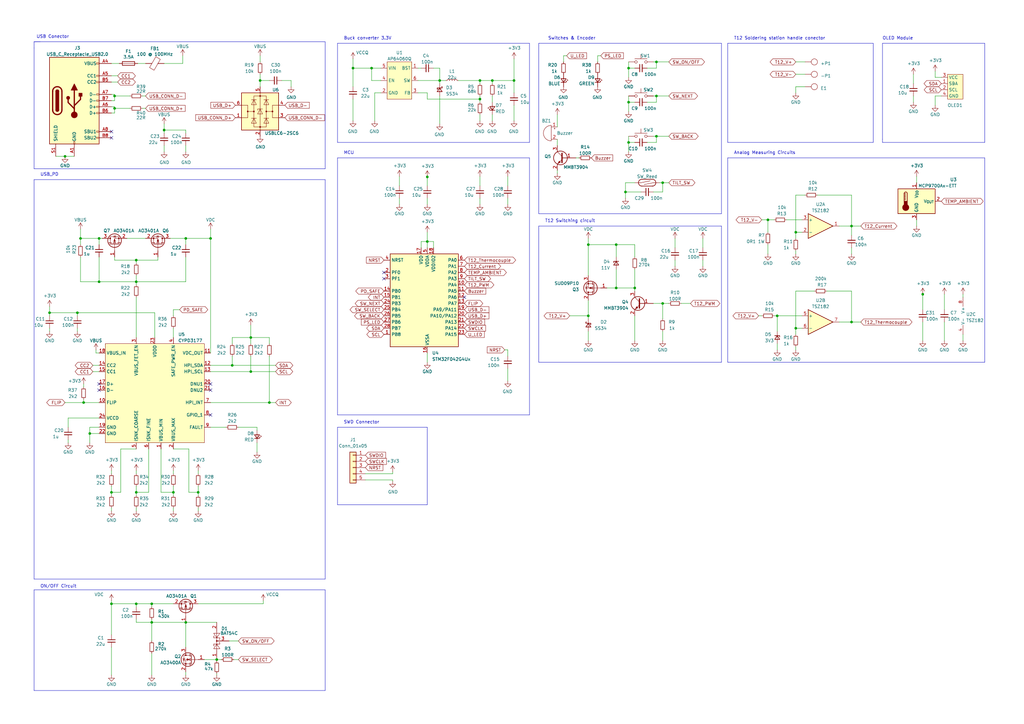
<source format=kicad_sch>
(kicad_sch (version 20230121) (generator eeschema)
  (paper "A3")
  (title_block (title "Mikroprocesorowy sterownik stacji lutowniczej") (date "2023-03-12") (rev "Beta 0.1") (company "Akademia Górniczo-Hutnicza") (comment 1 "Radosław Borczuch"))
  (lib_symbols
    (symbol "Amplifier_Operational:OPA2134" (pin_names (offset 0.127))
      (property "Reference" "U" (at 0 5.08 0))
      (property "Value" "OPA2134" (at 0 -5.08 0))
      (symbol "OPA2134_1_1"
        (pin output line (at 7.62 0 180) (length 2.54) (name "~") (number "1"))
        (pin input line (at -7.62 -2.54 0) (length 2.54) (name "-") (number "2"))
        (pin input line (at -7.62 2.54 0) (length 2.54) (name "+") (number "3"))
      )
      (symbol "OPA2134_2_1"
        (pin input line (at -7.62 2.54 0) (length 2.54) (name "+") (number "5"))
        (pin input line (at -7.62 -2.54 0) (length 2.54) (name "-") (number "6"))
        (pin output line (at 7.62 0 180) (length 2.54) (name "~") (number "7"))
      )
      (symbol "OPA2134_3_1"
        (pin power_in line (at -2.54 -7.62 90) (length 3.81) (name "V-") (number "4"))
        (pin power_in line (at -2.54 7.62 270) (length 3.81) (name "V+") (number "8"))
      )
    )
    (symbol "Connector:USB_C_Receptacle_USB2.0" (pin_names (offset 1.016))
      (property "Reference" "J" (at -10.16 19.05 0))
      (property "Value" "USB_C_Receptacle_USB2.0" (at 19.05 19.05 0))
      (symbol "USB_C_Receptacle_USB2.0_1_1"
        (pin passive line (at 0 -22.86 90) (length 5.08) (name "GND") (number "A1"))
        (pin passive line (at 0 -22.86 90) (length 5.08) hide (name "GND") (number "A12"))
        (pin passive line (at 15.24 15.24 180) (length 5.08) (name "VBUS") (number "A4"))
        (pin bidirectional line (at 15.24 10.16 180) (length 5.08) (name "CC1") (number "A5"))
        (pin bidirectional line (at 15.24 -2.54 180) (length 5.08) (name "D+") (number "A6"))
        (pin bidirectional line (at 15.24 2.54 180) (length 5.08) (name "D-") (number "A7"))
        (pin bidirectional line (at 15.24 -12.7 180) (length 5.08) (name "SBU1") (number "A8"))
        (pin passive line (at 15.24 15.24 180) (length 5.08) hide (name "VBUS") (number "A9"))
        (pin passive line (at 0 -22.86 90) (length 5.08) hide (name "GND") (number "B1"))
        (pin passive line (at 0 -22.86 90) (length 5.08) hide (name "GND") (number "B12"))
        (pin passive line (at 15.24 15.24 180) (length 5.08) hide (name "VBUS") (number "B4"))
        (pin bidirectional line (at 15.24 7.62 180) (length 5.08) (name "CC2") (number "B5"))
        (pin bidirectional line (at 15.24 -5.08 180) (length 5.08) (name "D+") (number "B6"))
        (pin bidirectional line (at 15.24 0 180) (length 5.08) (name "D-") (number "B7"))
        (pin bidirectional line (at 15.24 -15.24 180) (length 5.08) (name "SBU2") (number "B8"))
        (pin passive line (at 15.24 15.24 180) (length 5.08) hide (name "VBUS") (number "B9"))
        (pin passive line (at -7.62 -22.86 90) (length 5.08) (name "SHIELD") (number "S1"))
      )
    )
    (symbol "Connector_Generic:Conn_01x05" (pin_names (offset 1.016) hide)
      (property "Reference" "J" (at 0 7.62 0))
      (property "Value" "Conn_01x05" (at 0 -7.62 0))
      (symbol "Conn_01x05_1_1"
        (pin passive line (at -5.08 5.08 0) (length 3.81) (name "Pin_1") (number "1"))
        (pin passive line (at -5.08 2.54 0) (length 3.81) (name "Pin_2") (number "2"))
        (pin passive line (at -5.08 0 0) (length 3.81) (name "Pin_3") (number "3"))
        (pin passive line (at -5.08 -2.54 0) (length 3.81) (name "Pin_4") (number "4"))
        (pin passive line (at -5.08 -5.08 0) (length 3.81) (name "Pin_5") (number "5"))
      )
    )
    (symbol "Device:Buzzer" (pin_names (offset 0.0254) hide)
      (property "Reference" "BZ" (at 3.81 1.27 0))
      (property "Value" "Buzzer" (at 3.81 -1.27 0))
      (symbol "Buzzer_1_1"
        (pin passive line (at -2.54 2.54 0) (length 2.54) (name "-") (number "1"))
        (pin passive line (at -2.54 -2.54 0) (length 2.54) (name "+") (number "2"))
      )
    )
    (symbol "Device:C_Small" (pin_numbers hide) (pin_names (offset 0.254) hide)
      (property "Reference" "C" (at 0.254 1.778 0))
      (property "Value" "C_Small" (at 0.254 -2.032 0))
      (symbol "C_Small_1_1"
        (pin passive line (at 0 2.54 270) (length 2.032) (name "~") (number "1"))
        (pin passive line (at 0 -2.54 90) (length 2.032) (name "~") (number "2"))
      )
    )
    (symbol "Device:D_Schottky_Small" (pin_numbers hide) (pin_names (offset 0.254) hide)
      (property "Reference" "D" (at -1.27 2.032 0))
      (property "Value" "D_Schottky_Small" (at -7.112 -2.032 0))
      (symbol "D_Schottky_Small_1_1"
        (pin passive line (at -2.54 0 0) (length 1.778) (name "K") (number "1"))
        (pin passive line (at 2.54 0 180) (length 1.778) (name "A") (number "2"))
      )
    )
    (symbol "Device:D_Zener_Small" (pin_numbers hide) (pin_names (offset 0.254) hide)
      (property "Reference" "D" (at 0 2.286 0))
      (property "Value" "D_Zener_Small" (at 0 -2.286 0))
      (symbol "D_Zener_Small_1_1"
        (pin passive line (at -2.54 0 0) (length 1.778) (name "K") (number "1"))
        (pin passive line (at 2.54 0 180) (length 1.778) (name "A") (number "2"))
      )
    )
    (symbol "Device:Ferrite_Bead" (pin_numbers hide) (pin_names (offset 0))
      (property "Reference" "FB" (at -3.81 0.635 90))
      (property "Value" "Device_Ferrite_Bead" (at 3.81 0 90))
      (symbol "Ferrite_Bead_1_1"
        (pin passive line (at 0 3.81 270) (length 2.54) (name "~") (number "1"))
        (pin passive line (at 0 -3.81 90) (length 2.54) (name "~") (number "2"))
      )
    )
    (symbol "Device:Fuse" (pin_numbers hide) (pin_names (offset 0))
      (property "Reference" "F" (at 2.032 0 90))
      (property "Value" "Fuse" (at -1.905 0 90))
      (symbol "Fuse_1_1"
        (pin passive line (at 0 3.81 270) (length 1.27) (name "~") (number "1"))
        (pin passive line (at 0 -3.81 90) (length 1.27) (name "~") (number "2"))
      )
    )
    (symbol "Device:LED_Small" (pin_numbers hide) (pin_names (offset 0.254) hide)
      (property "Reference" "D" (at -1.27 3.175 0))
      (property "Value" "LED_Small" (at -4.445 -2.54 0))
      (symbol "LED_Small_1_1"
        (pin passive line (at -2.54 0 0) (length 1.778) (name "K") (number "1"))
        (pin passive line (at 2.54 0 180) (length 1.778) (name "A") (number "2"))
      )
    )
    (symbol "Device:L_Small" (pin_numbers hide) (pin_names (offset 0.254) hide)
      (property "Reference" "L" (at 0.762 1.016 0))
      (property "Value" "L_Small" (at 0.762 -1.016 0))
      (symbol "L_Small_1_1"
        (pin passive line (at 0 2.54 270) (length 0.508) (name "~") (number "1"))
        (pin passive line (at 0 -2.54 90) (length 0.508) (name "~") (number "2"))
      )
    )
    (symbol "Device:R_Small" (pin_numbers hide) (pin_names (offset 0.254) hide)
      (property "Reference" "R" (at 0.762 0.508 0))
      (property "Value" "R_Small" (at 0.762 -1.016 0))
      (symbol "R_Small_1_1"
        (pin passive line (at 0 2.54 270) (length 0.762) (name "~") (number "1"))
        (pin passive line (at 0 -2.54 90) (length 0.762) (name "~") (number "2"))
      )
    )
    (symbol "Diode:BAT54C" (pin_names (offset 1.016))
      (property "Reference" "D" (at 0.635 -3.81 0))
      (property "Value" "BAT54C" (at -6.35 3.175 0))
      (symbol "BAT54C_1_1"
        (pin passive line (at -7.62 0 0) (length 3.81) (name "~") (number "1"))
        (pin passive line (at 7.62 0 180) (length 3.81) (name "~") (number "2"))
        (pin passive line (at 0 -5.08 90) (length 5.08) (name "~") (number "3"))
      )
    )
    (symbol "MCU_ST_STM32F0:STM32F042G4Ux"
      (property "Reference" "U" (at -12.7 21.59 0))
      (property "Value" "STM32F042G4Ux" (at 7.62 21.59 0))
      (symbol "STM32F042G4Ux_1_1"
        (pin bidirectional line (at -15.24 -12.7 0) (length 2.54) (name "PB8") (number "1"))
        (pin bidirectional line (at 17.78 7.62 180) (length 2.54) (name "PA4") (number "10"))
        (pin bidirectional line (at 17.78 5.08 180) (length 2.54) (name "PA5") (number "11"))
        (pin bidirectional line (at 17.78 2.54 180) (length 2.54) (name "PA6") (number "12"))
        (pin bidirectional line (at 17.78 0 180) (length 2.54) (name "PA7") (number "13"))
        (pin bidirectional line (at -15.24 5.08 0) (length 2.54) (name "PB0") (number "14"))
        (pin bidirectional line (at -15.24 2.54 0) (length 2.54) (name "PB1") (number "15"))
        (pin power_in line (at 2.54 -20.32 90) (length 2.54) (name "VSSA") (number "16"))
        (pin power_in line (at 0 22.86 270) (length 2.54) (name "VDD") (number "17"))
        (pin power_in line (at 5.08 22.86 270) (length 2.54) (name "VDDIO2") (number "18"))
        (pin bidirectional line (at 17.78 -2.54 180) (length 2.54) (name "PA9/PA11") (number "19"))
        (pin bidirectional line (at -15.24 12.7 0) (length 2.54) (name "PF0") (number "2"))
        (pin bidirectional line (at 17.78 -5.08 180) (length 2.54) (name "PA10/PA12") (number "20"))
        (pin bidirectional line (at 17.78 -7.62 180) (length 2.54) (name "PA13") (number "21"))
        (pin bidirectional line (at 17.78 -10.16 180) (length 2.54) (name "PA14") (number "22"))
        (pin bidirectional line (at 17.78 -12.7 180) (length 2.54) (name "PA15") (number "23"))
        (pin bidirectional line (at -15.24 0 0) (length 2.54) (name "PB3") (number "24"))
        (pin bidirectional line (at -15.24 -2.54 0) (length 2.54) (name "PB4") (number "25"))
        (pin bidirectional line (at -15.24 -5.08 0) (length 2.54) (name "PB5") (number "26"))
        (pin bidirectional line (at -15.24 -7.62 0) (length 2.54) (name "PB6") (number "27"))
        (pin bidirectional line (at -15.24 -10.16 0) (length 2.54) (name "PB7") (number "28"))
        (pin bidirectional line (at -15.24 10.16 0) (length 2.54) (name "PF1") (number "3"))
        (pin input line (at -15.24 17.78 0) (length 2.54) (name "NRST") (number "4"))
        (pin power_in line (at 2.54 22.86 270) (length 2.54) (name "VDDA") (number "5"))
        (pin bidirectional line (at 17.78 17.78 180) (length 2.54) (name "PA0") (number "6"))
        (pin bidirectional line (at 17.78 15.24 180) (length 2.54) (name "PA1") (number "7"))
        (pin bidirectional line (at 17.78 12.7 180) (length 2.54) (name "PA2") (number "8"))
        (pin bidirectional line (at 17.78 10.16 180) (length 2.54) (name "PA3") (number "9"))
      )
    )
    (symbol "My_Lib:AP64060Q"
      (property "Reference" "U" (at 0 11.43 0))
      (property "Value" "AP64060Q" (at 0 8.89 0))
      (symbol "AP64060Q_1_1"
        (pin passive line (at 7.62 5.08 180) (length 2.54) (name "BST") (number "1"))
        (pin passive line (at -7.62 -5.08 0) (length 2.54) (name "GND") (number "2"))
        (pin passive line (at 7.62 -5.08 180) (length 2.54) (name "FB") (number "3"))
        (pin input line (at -7.62 0 0) (length 2.54) (name "EN") (number "4"))
        (pin power_in line (at -7.62 5.08 0) (length 2.54) (name "VIN") (number "5"))
        (pin power_out line (at 7.62 0 180) (length 2.54) (name "SW") (number "6"))
      )
    )
    (symbol "My_Lib:CYPD3177"
      (property "Reference" "U" (at 16.51 -22.86 0))
      (property "Value" "CYPD3177" (at 20.32 -25.4 0))
      (symbol "CYPD3177_1_1"
        (pin input line (at 2.54 -22.86 90) (length 2.54) (name "VBUS_MIN") (number "1"))
        (pin input line (at -22.86 -3.81 0) (length 2.54) (name "FLIP") (number "10"))
        (pin input line (at 22.86 16.51 180) (length 2.54) (name "VDC_OUT") (number "11"))
        (pin input line (at 22.86 11.43 180) (length 2.54) (name "HPI_SDA") (number "12"))
        (pin input line (at 22.86 8.89 180) (length 2.54) (name "HPI_SCL") (number "13"))
        (pin input line (at -22.86 11.43 0) (length 2.54) (name "CC2") (number "14"))
        (pin input line (at -22.86 8.89 0) (length 2.54) (name "CC1") (number "15"))
        (pin input line (at -22.86 1.27 0) (length 2.54) (name "D-") (number "16"))
        (pin input line (at -22.86 3.81 0) (length 2.54) (name "D+") (number "17"))
        (pin input line (at -22.86 16.51 0) (length 2.54) (name "VBUS_IN") (number "18"))
        (pin input line (at -22.86 -13.97 0) (length 2.54) (name "GND") (number "19"))
        (pin input line (at 7.62 -22.86 90) (length 2.54) (name "VBUS_MAX") (number "2"))
        (pin input line (at 22.86 3.81 180) (length 2.54) (name "DNU1") (number "20"))
        (pin input line (at 22.86 1.27 180) (length 2.54) (name "DNU2") (number "21"))
        (pin input line (at -22.86 -16.51 0) (length 2.54) (name "GND") (number "22"))
        (pin input line (at 0 22.86 270) (length 2.54) (name "VDDD") (number "23"))
        (pin input line (at -22.86 -10.16 0) (length 2.54) (name "VCCD") (number "24"))
        (pin input line (at -7.62 22.86 270) (length 2.54) (name "VBUS_FET_EN") (number "3"))
        (pin input line (at 7.62 22.86 270) (length 2.54) (name "SAFE_PWR_EN") (number "4"))
        (pin input line (at -7.62 -22.86 90) (length 2.54) (name "ISNK_COARSE") (number "5"))
        (pin input line (at -2.54 -22.86 90) (length 2.54) (name "ISNK_FINE") (number "6"))
        (pin input line (at 22.86 -3.81 180) (length 2.54) (name "HPI_INT") (number "7"))
        (pin input line (at 22.86 -8.89 180) (length 2.54) (name "GPIO_1") (number "8"))
        (pin input line (at 22.86 -13.97 180) (length 2.54) (name "FAULT") (number "9"))
      )
    )
    (symbol "My_Lib:Clip" (pin_numbers hide)
      (property "Reference" "Clip" (at 1.27 2.54 0))
      (symbol "Clip_1_1"
        (pin passive line (at -2.54 0 0) (length 2.54) (name "") (number "1"))
      )
    )
    (symbol "My_Lib:Oled_I2C_SSD1306"
      (property "Reference" "OLED" (at 3.81 -7.62 0))
      (symbol "Oled_I2C_SSD1306_1_1"
        (pin input line (at -5.08 0 0) (length 2.54) (name "SDA") (number "1"))
        (pin input line (at -5.08 -2.54 0) (length 2.54) (name "SCL") (number "2"))
        (pin input line (at -5.08 2.54 0) (length 2.54) (name "VCC") (number "3"))
        (pin input line (at -5.08 -5.08 0) (length 2.54) (name "GND") (number "4"))
      )
    )
    (symbol "Power_Protection:USBLC6-2SC6" (pin_names hide)
      (property "Reference" "U" (at 2.54 8.89 0))
      (property "Value" "USBLC6-2SC6" (at 2.54 -8.89 0))
      (symbol "USBLC6-2SC6_1_1"
        (pin passive line (at -10.16 -2.54 0) (length 2.54) (name "I/O1") (number "1"))
        (pin passive line (at 0 -10.16 90) (length 2.54) (name "GND") (number "2"))
        (pin passive line (at 10.16 -2.54 180) (length 2.54) (name "I/O2") (number "3"))
        (pin passive line (at 10.16 2.54 180) (length 2.54) (name "I/O2") (number "4"))
        (pin passive line (at 0 10.16 270) (length 2.54) (name "VBUS") (number "5"))
        (pin passive line (at -10.16 2.54 0) (length 2.54) (name "I/O1") (number "6"))
      )
    )
    (symbol "Sensor_Temperature:MCP9700Ax-ETT"
      (property "Reference" "U" (at -6.35 6.35 0))
      (property "Value" "MCP9700Ax-ETT" (at 1.27 6.35 0))
      (symbol "MCP9700Ax-ETT_1_1"
        (pin power_in line (at 0 7.62 270) (length 2.54) (name "V_{DD}") (number "1"))
        (pin output line (at 10.16 0 180) (length 2.54) (name "V_{OUT}") (number "2"))
        (pin power_in line (at 0 -7.62 90) (length 2.54) (name "GND") (number "3"))
      )
    )
    (symbol "Switch:SW_Push" (pin_numbers hide) (pin_names (offset 1.016) hide)
      (property "Reference" "SW" (at 1.27 2.54 0))
      (property "Value" "SW_Push" (at 0 -1.524 0))
      (symbol "SW_Push_0_1"
        (pin passive line (at -5.08 0 0) (length 2.54) (name "1") (number "1"))
        (pin passive line (at 5.08 0 180) (length 2.54) (name "2") (number "2"))
      )
    )
    (symbol "Switch:SW_Reed" (pin_numbers hide) (pin_names (offset 0) hide)
      (property "Reference" "SW" (at 0 2.54 0))
      (property "Value" "SW_Reed" (at 0 -2.54 0))
      (symbol "SW_Reed_1_1"
        (pin passive line (at -5.08 0 0) (length 2.54) (name "1") (number "1"))
        (pin passive line (at 5.08 0 180) (length 2.54) (name "2") (number "2"))
      )
    )
    (symbol "Transistor_BJT:MMBT3904" (pin_names (offset 0) hide)
      (property "Reference" "Q" (at 5.08 1.905 0))
      (property "Value" "MMBT3904" (at 5.08 0 0))
      (symbol "MMBT3904_1_1"
        (pin input line (at -5.08 0 0) (length 5.715) (name "B") (number "1"))
        (pin passive line (at 2.54 -5.08 90) (length 2.54) (name "E") (number "2"))
        (pin passive line (at 2.54 5.08 270) (length 2.54) (name "C") (number "3"))
      )
    )
    (symbol "Transistor_FET:AO3400A" (pin_names hide)
      (property "Reference" "Q" (at 5.08 1.905 0))
      (property "Value" "AO3400A" (at 5.08 0 0))
      (symbol "AO3400A_1_1"
        (pin input line (at -5.08 0 0) (length 2.54) (name "G") (number "1"))
        (pin passive line (at 2.54 -5.08 90) (length 2.54) (name "S") (number "2"))
        (pin passive line (at 2.54 5.08 270) (length 2.54) (name "D") (number "3"))
      )
    )
    (symbol "Transistor_FET:AO3401A" (pin_names hide)
      (property "Reference" "Q" (at 5.08 1.905 0))
      (property "Value" "AO3401A" (at 5.08 0 0))
      (symbol "AO3401A_1_1"
        (pin input line (at -5.08 0 0) (length 2.54) (name "G") (number "1"))
        (pin passive line (at 2.54 -5.08 90) (length 2.54) (name "S") (number "2"))
        (pin passive line (at 2.54 5.08 270) (length 2.54) (name "D") (number "3"))
      )
    )
    (symbol "Transistor_FET:IRF9540N" (pin_names hide)
      (property "Reference" "Q" (at 5.08 1.905 0))
      (property "Value" "IRF9540N" (at 5.08 0 0))
      (symbol "IRF9540N_1_1"
        (pin input line (at -5.08 0 0) (length 2.54) (name "G") (number "1"))
        (pin passive line (at 2.54 5.08 270) (length 2.54) (name "D") (number "2"))
        (pin passive line (at 2.54 -5.08 90) (length 2.54) (name "S") (number "3"))
      )
    )
    (symbol "power:+3V3" (power) (pin_names (offset 0))
      (property "Value" "+3V3" (at 0 3.556 0))
      (symbol "+3V3_1_1"
        (pin power_in line (at 0 0 90) (length 0) hide (name "+3V3") (number "1"))
      )
    )
    (symbol "power:GND" (power) (pin_names (offset 0))
      (property "Value" "GND" (at 0 -3.81 0))
      (symbol "GND_1_1"
        (pin power_in line (at 0 0 270) (length 0) hide (name "GND") (number "1"))
      )
    )
    (symbol "power:VBUS" (power) (pin_names (offset 0))
      (property "Value" "VBUS" (at 0 3.81 0))
      (symbol "VBUS_1_1"
        (pin power_in line (at 0 0 90) (length 0) hide (name "VBUS") (number "1"))
      )
    )
    (symbol "power:VCCQ" (power) (pin_names (offset 0))
      (property "Value" "VCCQ" (at 0 3.81 0))
      (symbol "VCCQ_1_1"
        (pin power_in line (at 0 0 90) (length 0) hide (name "VCCQ") (number "1"))
      )
    )
    (symbol "power:VDC" (power) (pin_names (offset 0))
      (property "Value" "VDC" (at 0 6.35 0))
      (symbol "VDC_1_1"
        (pin power_in line (at 0 0 90) (length 0) hide (name "VDC") (number "1"))
      )
    )
  )
  (junction (at 110.49 165.1))
  (junction (at 180.34 33.02))
  (junction (at 67.31 53.34))
  (junction (at 378.46 120.6878))
  (junction (at 86.36 97.79))
  (junction (at 269.24 55.88))
  (junction (at 46.99 44.45))
  (junction (at 252.73 100.33))
  (junction (at 76.2 97.79))
  (junction (at 34.29 165.1))
  (junction (at 260.35 118.11))
  (junction (at 326.39 134.62))
  (junction (at 95.25 149.86))
  (junction (at 45.72 201.93))
  (junction (at 271.78 124.46))
  (junction (at 152.4 27.94))
  (junction (at 20.32 128.27))
  (junction (at 55.88 247.65))
  (junction (at 349.25 92.71))
  (junction (at 241.3 100.33))
  (junction (at 241.3 129.54))
  (junction (at 62.23 255.27))
  (junction (at 88.9 270.51))
  (junction (at 26.67 64.135))
  (junction (at 55.88 201.93))
  (junction (at 36.83 177.8))
  (junction (at 40.64 115.57))
  (junction (at 45.72 247.65))
  (junction (at 257.81 58.42))
  (junction (at 106.68 33.02))
  (junction (at 314.96 90.17))
  (junction (at 31.75 128.27))
  (junction (at 349.25 132.08))
  (junction (at 102.87 138.43))
  (junction (at 55.88 115.57))
  (junction (at 256.54 78.74))
  (junction (at 40.64 97.79))
  (junction (at 102.87 152.4))
  (junction (at 175.26 99.06))
  (junction (at 196.85 40.64))
  (junction (at 81.28 201.93))
  (junction (at 257.81 27.94))
  (junction (at 144.78 27.94))
  (junction (at 55.88 106.68))
  (junction (at 252.73 118.11))
  (junction (at 269.24 25.4))
  (junction (at 201.93 33.02))
  (junction (at 318.77 129.54))
  (junction (at 257.81 41.91))
  (junction (at 269.24 39.37))
  (junction (at 196.85 33.02))
  (junction (at 76.2 255.27))
  (junction (at 33.02 97.79))
  (junction (at 62.23 247.65))
  (junction (at 271.78 74.93))
  (junction (at 71.12 201.93))
  (junction (at 46.99 39.37))
  (junction (at 326.39 95.25))
  (junction (at 210.82 33.02))
  (junction (at 175.26 72.5661))
  (no_connect (at 157.48 114.3))
  (no_connect (at 157.48 111.76))
  (no_connect (at 190.5 121.92))
  (no_connect (at 86.36 160.02))
  (no_connect (at 45.72 53.975))
  (no_connect (at 86.36 170.18))
  (no_connect (at 40.64 157.48))
  (no_connect (at 40.64 160.02))
  (no_connect (at 45.72 56.515))
  (no_connect (at 86.36 157.48))
  (polyline (pts (xy 220.98 92.71) (xy 295.91 92.71)))
  (wire (pts (xy 45.72 33.655) (xy 48.26 33.655)))
  (wire (pts (xy 60.96 184.15) (xy 60.96 201.93)))
  (wire (pts (xy 314.96 90.17) (xy 314.96 95.25)))
  (wire (pts (xy 90.805 270.51) (xy 88.9 270.51)))
  (wire (pts (xy 241.3 129.54) (xy 241.3 130.81)))
  (wire (pts (xy 149.86 196.85) (xy 161.036 196.85)))
  (wire (pts (xy 330.2 80.01) (xy 326.39 80.01)))
  (wire (pts (xy 27.94 171.45) (xy 27.94 175.26)))
  (wire (pts (xy 201.93 33.02) (xy 210.82 33.02)))
  (polyline (pts (xy 138.43 175.26) (xy 175.26 175.26)))
  (wire (pts (xy 62.23 267.97) (xy 62.23 276.86)))
  (wire (pts (xy 378.46 120.6878) (xy 378.46 127)))
  (wire (pts (xy 311.15 129.54) (xy 312.42 129.54)))
  (wire (pts (xy 81.28 201.93) (xy 81.28 203.2)))
  (wire (pts (xy 62.23 247.65) (xy 71.12 247.65)))
  (wire (pts (xy 267.97 78.74) (xy 271.78 78.74)))
  (wire (pts (xy 314.96 100.33) (xy 314.96 104.14)))
  (wire (pts (xy 236.22 64.77) (xy 237.49 64.77)))
  (polyline (pts (xy 217.17 64.77) (xy 217.17 170.18)))
  (polyline (pts (xy 295.91 87.63) (xy 220.98 87.63)))
  (wire (pts (xy 269.24 27.94) (xy 269.24 25.4)))
  (wire (pts (xy 119.38 33.02) (xy 115.57 33.02)))
  (wire (pts (xy 326.39 119.38) (xy 326.39 134.62)))
  (wire (pts (xy 46.99 43.815) (xy 46.99 44.45)))
  (wire (pts (xy 153.67 38.1) (xy 156.21 38.1)))
  (polyline (pts (xy 217.17 17.78) (xy 217.17 58.42)))
  (wire (pts (xy 33.02 105.41) (xy 33.02 115.57)))
  (wire (pts (xy 110.49 165.1) (xy 110.49 146.05)))
  (wire (pts (xy 276.86 106.68) (xy 276.86 109.22)))
  (wire (pts (xy 383.54 39.37) (xy 383.54 43.18)))
  (wire (pts (xy 175.26 144.78) (xy 175.26 148.59)))
  (wire (pts (xy 349.25 132.08) (xy 353.06 132.08)))
  (wire (pts (xy 349.25 80.01) (xy 335.28 80.01)))
  (wire (pts (xy 175.26 81.28) (xy 175.26 83.82)))
  (wire (pts (xy 38.1 152.4) (xy 40.64 152.4)))
  (wire (pts (xy 34.29 157.48) (xy 34.29 158.75)))
  (wire (pts (xy 88.9 276.225) (xy 88.9 276.86)))
  (wire (pts (xy 274.32 39.37) (xy 269.24 39.37)))
  (wire (pts (xy 386.08 39.37) (xy 383.54 39.37)))
  (wire (pts (xy 40.64 97.79) (xy 33.02 97.79)))
  (wire (pts (xy 76.2 59.69) (xy 76.2 62.23)))
  (wire (pts (xy 31.75 128.27) (xy 63.5 128.27)))
  (wire (pts (xy 45.72 26.035) (xy 48.895 26.035)))
  (wire (pts (xy 245.11 22.86) (xy 245.11 25.4)))
  (wire (pts (xy 256.54 78.74) (xy 256.54 81.28)))
  (wire (pts (xy 62.23 255.27) (xy 76.2 255.27)))
  (wire (pts (xy 378.46 120.65) (xy 378.46 120.6878)))
  (wire (pts (xy 62.23 254) (xy 62.23 255.27)))
  (wire (pts (xy 71.12 199.39) (xy 71.12 201.93)))
  (wire (pts (xy 45.72 31.115) (xy 48.26 31.115)))
  (wire (pts (xy 81.28 193.04) (xy 81.28 194.31)))
  (polyline (pts (xy 403.86 17.78) (xy 403.86 58.42)))
  (polyline (pts (xy 13.97 17.145) (xy 16.51 17.145)))
  (wire (pts (xy 55.88 184.15) (xy 49.53 184.15)))
  (wire (pts (xy 326.39 102.87) (xy 326.39 104.14)))
  (wire (pts (xy 257.81 41.91) (xy 257.81 45.72)))
  (wire (pts (xy 270.51 74.93) (xy 271.78 74.93)))
  (wire (pts (xy 26.67 165.1) (xy 34.29 165.1)))
  (wire (pts (xy 326.39 95.25) (xy 328.93 95.25)))
  (wire (pts (xy 260.35 58.42) (xy 257.81 58.42)))
  (wire (pts (xy 45.72 193.04) (xy 45.72 194.31)))
  (wire (pts (xy 207.01 143.51) (xy 208.28 143.51)))
  (wire (pts (xy 257.81 39.37) (xy 257.81 41.91)))
  (wire (pts (xy 276.86 97.79) (xy 276.86 101.6)))
  (wire (pts (xy 20.32 134.62) (xy 20.32 135.89)))
  (wire (pts (xy 260.35 105.41) (xy 260.35 100.33)))
  (wire (pts (xy 252.73 100.33) (xy 241.3 100.33)))
  (wire (pts (xy 55.88 208.28) (xy 55.88 209.55)))
  (wire (pts (xy 196.85 46.99) (xy 196.85 49.53)))
  (wire (pts (xy 201.93 46.99) (xy 201.93 49.53)))
  (wire (pts (xy 260.35 41.91) (xy 257.81 41.91)))
  (polyline (pts (xy 13.97 69.215) (xy 133.35 69.215)))
  (wire (pts (xy 20.32 125.73) (xy 20.32 128.27)))
  (wire (pts (xy 228.6 69.85) (xy 228.6 71.12)))
  (polyline (pts (xy 361.95 17.78) (xy 361.95 57.15)))
  (wire (pts (xy 46.99 106.68) (xy 55.88 106.68)))
  (wire (pts (xy 71.12 127) (xy 71.12 129.54)))
  (wire (pts (xy 64.77 105.41) (xy 64.77 106.68)))
  (wire (pts (xy 76.2 115.57) (xy 55.88 115.57)))
  (polyline (pts (xy 403.86 148.59) (xy 298.45 148.59)))
  (polyline (pts (xy 295.91 92.71) (xy 295.91 148.59)))
  (wire (pts (xy 45.72 41.275) (xy 46.99 41.275)))
  (wire (pts (xy 76.2 265.43) (xy 76.2 255.27)))
  (polyline (pts (xy 217.17 170.18) (xy 138.43 170.18)))
  (wire (pts (xy 45.72 247.65) (xy 45.72 260.35)))
  (wire (pts (xy 208.28 81.28) (xy 208.28 83.82)))
  (wire (pts (xy 152.4 27.94) (xy 156.21 27.94)))
  (wire (pts (xy 196.85 81.28) (xy 196.85 83.82)))
  (wire (pts (xy 45.72 246.38) (xy 45.72 247.65)))
  (wire (pts (xy 144.78 40.64) (xy 144.78 49.53)))
  (wire (pts (xy 27.94 180.34) (xy 27.94 181.61)))
  (wire (pts (xy 56.515 26.035) (xy 59.69 26.035)))
  (wire (pts (xy 55.88 106.68) (xy 55.88 107.95)))
  (wire (pts (xy 180.34 27.94) (xy 177.8 27.94)))
  (wire (pts (xy 180.34 39.37) (xy 180.34 50.8)))
  (wire (pts (xy 326.39 97.79) (xy 326.39 95.25)))
  (polyline (pts (xy 13.97 17.145) (xy 13.97 19.685)))
  (polyline (pts (xy 295.91 17.78) (xy 295.91 87.63)))
  (wire (pts (xy 201.93 34.29) (xy 201.93 33.02)))
  (wire (pts (xy 63.5 128.27) (xy 63.5 138.43)))
  (wire (pts (xy 349.25 92.71) (xy 349.25 80.01)))
  (wire (pts (xy 36.83 177.8) (xy 36.83 175.26)))
  (wire (pts (xy 86.36 149.86) (xy 95.25 149.86)))
  (wire (pts (xy 27.94 171.45) (xy 40.64 171.45)))
  (wire (pts (xy 349.25 101.6) (xy 349.25 104.14)))
  (wire (pts (xy 41.91 97.79) (xy 40.64 97.79)))
  (wire (pts (xy 231.14 22.86) (xy 232.41 22.86)))
  (wire (pts (xy 175.26 72.5661) (xy 175.26 76.2)))
  (wire (pts (xy 228.6 46.99) (xy 228.6 52.07)))
  (wire (pts (xy 274.32 124.46) (xy 271.78 124.46)))
  (wire (pts (xy 95.25 140.97) (xy 95.25 138.43)))
  (wire (pts (xy 210.82 43.18) (xy 210.82 49.53)))
  (wire (pts (xy 33.02 93.98) (xy 33.02 97.79)))
  (wire (pts (xy 260.35 110.49) (xy 260.35 118.11)))
  (wire (pts (xy 71.12 201.93) (xy 71.12 203.2)))
  (polyline (pts (xy 133.35 241.935) (xy 133.35 283.21)))
  (wire (pts (xy 274.32 25.4) (xy 269.24 25.4)))
  (wire (pts (xy 76.2 275.59) (xy 76.2 276.86)))
  (wire (pts (xy 95.25 149.86) (xy 95.25 146.05)))
  (wire (pts (xy 312.42 90.17) (xy 314.96 90.17)))
  (wire (pts (xy 26.67 64.135) (xy 30.48 64.135)))
  (wire (pts (xy 55.88 199.39) (xy 55.88 201.93)))
  (wire (pts (xy 88.9 270.51) (xy 88.9 271.145)))
  (polyline (pts (xy 138.43 64.77) (xy 138.43 170.18)))
  (wire (pts (xy 260.35 129.54) (xy 260.35 139.7)))
  (wire (pts (xy 95.25 138.43) (xy 102.87 138.43)))
  (wire (pts (xy 86.36 175.26) (xy 92.71 175.26)))
  (wire (pts (xy 283.21 124.46) (xy 279.4 124.46)))
  (polyline (pts (xy 13.97 73.66) (xy 133.35 73.66)))
  (wire (pts (xy 326.39 25.4) (xy 330.2 25.4)))
  (wire (pts (xy 317.5 129.54) (xy 318.77 129.54)))
  (wire (pts (xy 58.42 44.45) (xy 59.69 44.45)))
  (wire (pts (xy 394.97 120.65) (xy 394.97 121.92)))
  (wire (pts (xy 105.41 181.61) (xy 105.41 185.42)))
  (wire (pts (xy 326.39 142.24) (xy 326.39 143.51)))
  (wire (pts (xy 105.41 176.53) (xy 105.41 175.26)))
  (wire (pts (xy 153.67 49.53) (xy 153.67 38.1)))
  (wire (pts (xy 20.32 128.27) (xy 31.75 128.27)))
  (wire (pts (xy 106.68 33.02) (xy 106.68 35.56)))
  (wire (pts (xy 161.036 194.31) (xy 149.86 194.31)))
  (wire (pts (xy 274.32 55.88) (xy 269.24 55.88)))
  (wire (pts (xy 106.68 33.02) (xy 110.49 33.02)))
  (wire (pts (xy 326.39 134.62) (xy 328.93 134.62)))
  (wire (pts (xy 36.83 181.61) (xy 36.83 177.8)))
  (wire (pts (xy 208.28 151.13) (xy 208.28 156.21)))
  (wire (pts (xy 76.2 54.61) (xy 76.2 53.34)))
  (wire (pts (xy 175.26 95.25) (xy 175.26 99.06)))
  (wire (pts (xy 201.93 39.37) (xy 201.93 41.91)))
  (wire (pts (xy 55.88 115.57) (xy 55.88 116.84)))
  (wire (pts (xy 49.53 201.93) (xy 45.72 201.93)))
  (wire (pts (xy 210.82 24.13) (xy 210.82 33.02)))
  (wire (pts (xy 102.87 138.43) (xy 102.87 140.97)))
  (wire (pts (xy 110.49 138.43) (xy 102.87 138.43)))
  (wire (pts (xy 95.885 270.51) (xy 97.79 270.51)))
  (wire (pts (xy 180.34 34.29) (xy 180.34 33.02)))
  (wire (pts (xy 344.17 132.08) (xy 349.25 132.08)))
  (wire (pts (xy 66.04 201.93) (xy 71.12 201.93)))
  (wire (pts (xy 31.75 134.62) (xy 31.75 135.89)))
  (wire (pts (xy 201.93 33.02) (xy 196.85 33.02)))
  (wire (pts (xy 175.26 40.64) (xy 196.85 40.64)))
  (polyline (pts (xy 298.45 17.78) (xy 298.45 58.42)))
  (wire (pts (xy 269.24 39.37) (xy 267.97 39.37)))
  (wire (pts (xy 110.49 140.97) (xy 110.49 138.43)))
  (wire (pts (xy 260.35 74.93) (xy 256.54 74.93)))
  (wire (pts (xy 52.07 97.79) (xy 59.69 97.79)))
  (wire (pts (xy 172.72 99.06) (xy 175.26 99.06)))
  (polyline (pts (xy 133.35 237.49) (xy 13.97 237.49)))
  (wire (pts (xy 378.46 132.08) (xy 378.46 139.7)))
  (wire (pts (xy 45.72 247.65) (xy 55.88 247.65)))
  (polyline (pts (xy 133.35 69.215) (xy 133.35 17.145)))
  (wire (pts (xy 375.92 72.39) (xy 375.92 74.93)))
  (polyline (pts (xy 138.43 64.77) (xy 217.17 64.77)))
  (wire (pts (xy 256.54 74.93) (xy 256.54 78.74)))
  (wire (pts (xy 62.23 255.27) (xy 62.23 262.89)))
  (wire (pts (xy 86.36 97.79) (xy 76.2 97.79)))
  (wire (pts (xy 318.77 129.54) (xy 318.77 135.89)))
  (wire (pts (xy 265.43 27.94) (xy 269.24 27.94)))
  (wire (pts (xy 67.31 53.34) (xy 67.31 54.61)))
  (wire (pts (xy 46.99 105.41) (xy 46.99 106.68)))
  (wire (pts (xy 73.66 127) (xy 71.12 127)))
  (wire (pts (xy 22.86 64.135) (xy 26.67 64.135)))
  (wire (pts (xy 71.12 208.28) (xy 71.12 209.55)))
  (wire (pts (xy 55.88 193.04) (xy 55.88 194.31)))
  (wire (pts (xy 163.83 72.39) (xy 163.83 76.2)))
  (polyline (pts (xy 403.86 64.77) (xy 403.86 148.59)))
  (wire (pts (xy 45.72 43.815) (xy 46.99 43.815)))
  (wire (pts (xy 241.3 135.89) (xy 241.3 139.7)))
  (wire (pts (xy 271.78 124.46) (xy 271.78 130.81)))
  (wire (pts (xy 318.77 129.54) (xy 328.93 129.54)))
  (wire (pts (xy 67.31 59.69) (xy 67.31 62.23)))
  (wire (pts (xy 326.39 137.16) (xy 326.39 134.62)))
  (polyline (pts (xy 361.95 17.78) (xy 403.86 17.78)))
  (wire (pts (xy 86.36 144.78) (xy 86.36 97.79)))
  (wire (pts (xy 241.3 100.33) (xy 241.3 113.03)))
  (wire (pts (xy 46.99 44.45) (xy 46.99 46.355)))
  (wire (pts (xy 171.45 38.1) (xy 175.26 38.1)))
  (wire (pts (xy 55.88 121.92) (xy 55.88 138.43)))
  (wire (pts (xy 39.37 143.51) (xy 39.37 144.78)))
  (polyline (pts (xy 138.43 17.78) (xy 217.17 17.78)))
  (wire (pts (xy 46.99 38.735) (xy 45.72 38.735)))
  (wire (pts (xy 93.98 262.89) (xy 97.79 262.89)))
  (wire (pts (xy 69.85 97.79) (xy 76.2 97.79)))
  (wire (pts (xy 252.73 118.11) (xy 248.92 118.11)))
  (wire (pts (xy 269.24 58.42) (xy 269.24 55.88)))
  (wire (pts (xy 74.93 26.035) (xy 67.31 26.035)))
  (wire (pts (xy 40.64 115.57) (xy 55.88 115.57)))
  (polyline (pts (xy 358.14 17.78) (xy 358.14 58.42)))
  (polyline (pts (xy 298.45 17.78) (xy 358.14 17.78)))
  (wire (pts (xy 256.54 78.74) (xy 262.89 78.74)))
  (wire (pts (xy 387.35 120.65) (xy 387.35 127)))
  (wire (pts (xy 231.14 22.86) (xy 231.14 25.4)))
  (wire (pts (xy 210.82 38.1) (xy 210.82 33.02)))
  (wire (pts (xy 288.29 106.68) (xy 288.29 109.22)))
  (polyline (pts (xy 298.45 64.77) (xy 403.86 64.77)))
  (wire (pts (xy 71.12 184.15) (xy 77.47 184.15)))
  (wire (pts (xy 208.28 143.51) (xy 208.28 146.05)))
  (polyline (pts (xy 403.86 58.42) (xy 361.95 58.42)))
  (wire (pts (xy 349.25 92.71) (xy 349.25 96.52)))
  (wire (pts (xy 163.83 81.28) (xy 163.83 83.82)))
  (wire (pts (xy 33.02 97.79) (xy 33.02 100.33)))
  (wire (pts (xy 271.78 135.89) (xy 271.78 139.7)))
  (wire (pts (xy 81.28 208.28) (xy 81.28 209.55)))
  (wire (pts (xy 45.72 199.39) (xy 45.72 201.93)))
  (polyline (pts (xy 13.97 241.935) (xy 13.97 283.21)))
  (wire (pts (xy 55.88 247.65) (xy 55.88 248.92)))
  (wire (pts (xy 349.25 119.38) (xy 349.25 132.08)))
  (wire (pts (xy 326.39 30.48) (xy 330.2 30.48)))
  (wire (pts (xy 257.81 25.4) (xy 257.81 27.94)))
  (polyline (pts (xy 295.91 148.59) (xy 220.98 148.59)))
  (wire (pts (xy 62.23 247.65) (xy 62.23 248.92)))
  (wire (pts (xy 34.29 165.1) (xy 40.64 165.1)))
  (wire (pts (xy 177.8 101.6) (xy 177.8 99.06)))
  (wire (pts (xy 257.81 27.94) (xy 257.81 31.75)))
  (wire (pts (xy 260.35 27.94) (xy 257.81 27.94)))
  (wire (pts (xy 383.54 31.75) (xy 383.54 29.21)))
  (wire (pts (xy 102.87 152.4) (xy 113.03 152.4)))
  (wire (pts (xy 64.77 106.68) (xy 55.88 106.68)))
  (wire (pts (xy 81.28 199.39) (xy 81.28 201.93)))
  (wire (pts (xy 67.31 50.8) (xy 67.31 53.34)))
  (wire (pts (xy 349.25 92.71) (xy 353.06 92.71)))
  (polyline (pts (xy 361.95 57.15) (xy 361.95 58.42)))
  (wire (pts (xy 271.78 74.93) (xy 274.32 74.93)))
  (wire (pts (xy 110.49 165.1) (xy 113.03 165.1)))
  (polyline (pts (xy 13.97 69.215) (xy 13.97 19.685)))
  (wire (pts (xy 387.35 132.08) (xy 387.35 139.7)))
  (wire (pts (xy 326.39 38.1) (xy 326.39 35.56)))
  (wire (pts (xy 252.73 110.49) (xy 252.73 118.11)))
  (wire (pts (xy 55.88 201.93) (xy 55.88 203.2)))
  (polyline (pts (xy 220.98 17.78) (xy 295.91 17.78)))
  (wire (pts (xy 171.45 27.94) (xy 172.72 27.94)))
  (wire (pts (xy 106.68 30.48) (xy 106.68 33.02)))
  (polyline (pts (xy 13.97 241.935) (xy 133.35 241.935)))
  (wire (pts (xy 76.2 97.79) (xy 76.2 100.33)))
  (wire (pts (xy 314.96 90.17) (xy 317.5 90.17)))
  (wire (pts (xy 45.72 46.355) (xy 46.99 46.355)))
  (wire (pts (xy 77.47 201.93) (xy 81.28 201.93)))
  (wire (pts (xy 86.36 93.98) (xy 86.36 97.79)))
  (wire (pts (xy 161.036 193.548) (xy 161.036 194.31)))
  (polyline (pts (xy 138.43 17.78) (xy 138.43 58.42)))
  (wire (pts (xy 196.85 40.64) (xy 196.85 41.91)))
  (wire (pts (xy 102.87 133.35) (xy 102.87 138.43)))
  (wire (pts (xy 86.36 165.1) (xy 110.49 165.1)))
  (wire (pts (xy 76.2 255.27) (xy 88.9 255.27)))
  (polyline (pts (xy 138.43 207.01) (xy 175.26 207.01)))
  (wire (pts (xy 171.45 33.02) (xy 180.34 33.02)))
  (wire (pts (xy 38.1 149.86) (xy 40.64 149.86)))
  (wire (pts (xy 241.3 97.79) (xy 241.3 100.33)))
  (wire (pts (xy 20.32 128.27) (xy 20.32 129.54)))
  (wire (pts (xy 260.35 119.38) (xy 260.35 118.11)))
  (wire (pts (xy 60.96 201.93) (xy 55.88 201.93)))
  (wire (pts (xy 322.58 90.17) (xy 328.93 90.17)))
  (polyline (pts (xy 133.35 73.66) (xy 133.35 237.49)))
  (wire (pts (xy 269.24 41.91) (xy 269.24 39.37)))
  (wire (pts (xy 196.85 33.02) (xy 196.85 34.29)))
  (wire (pts (xy 144.78 24.13) (xy 144.78 27.94)))
  (wire (pts (xy 245.11 22.86) (xy 246.38 22.86)))
  (wire (pts (xy 318.77 140.97) (xy 318.77 143.51)))
  (wire (pts (xy 77.47 184.15) (xy 77.47 201.93)))
  (wire (pts (xy 31.75 128.27) (xy 31.75 129.54)))
  (wire (pts (xy 252.73 105.41) (xy 252.73 100.33)))
  (wire (pts (xy 58.42 39.37) (xy 59.69 39.37)))
  (wire (pts (xy 71.12 134.62) (xy 71.12 138.43)))
  (wire (pts (xy 34.29 163.83) (xy 34.29 165.1)))
  (wire (pts (xy 74.93 22.86) (xy 74.93 26.035)))
  (wire (pts (xy 334.01 119.38) (xy 326.39 119.38)))
  (wire (pts (xy 269.24 25.4) (xy 267.97 25.4)))
  (wire (pts (xy 172.72 101.6) (xy 172.72 99.06)))
  (wire (pts (xy 40.64 105.41) (xy 40.64 115.57)))
  (wire (pts (xy 106.68 22.86) (xy 106.68 25.4)))
  (wire (pts (xy 177.8 99.06) (xy 175.26 99.06)))
  (wire (pts (xy 394.97 139.7) (xy 394.97 137.16)))
  (wire (pts (xy 86.36 152.4) (xy 102.87 152.4)))
  (wire (pts (xy 45.72 265.43) (xy 45.72 276.86)))
  (wire (pts (xy 62.23 247.65) (xy 55.88 247.65)))
  (wire (pts (xy 39.37 144.78) (xy 40.64 144.78)))
  (wire (pts (xy 152.4 33.02) (xy 152.4 27.94)))
  (wire (pts (xy 119.38 35.56) (xy 119.38 33.02)))
  (wire (pts (xy 260.35 118.11) (xy 252.73 118.11)))
  (wire (pts (xy 55.88 113.03) (xy 55.88 115.57)))
  (wire (pts (xy 107.95 246.38) (xy 107.95 247.65)))
  (polyline (pts (xy 13.97 73.66) (xy 13.97 237.49)))
  (wire (pts (xy 46.99 39.37) (xy 53.34 39.37)))
  (wire (pts (xy 45.72 201.93) (xy 45.72 203.2)))
  (wire (pts (xy 95.25 149.86) (xy 113.03 149.86)))
  (wire (pts (xy 228.6 57.15) (xy 228.6 59.69)))
  (wire (pts (xy 71.12 193.04) (xy 71.12 194.31)))
  (wire (pts (xy 180.34 33.02) (xy 182.88 33.02)))
  (wire (pts (xy 97.79 175.26) (xy 105.41 175.26)))
  (wire (pts (xy 196.85 72.39) (xy 196.85 76.2)))
  (wire (pts (xy 175.26 38.1) (xy 175.26 40.64)))
  (polyline (pts (xy 217.17 58.42) (xy 138.43 58.42)))
  (wire (pts (xy 374.65 30.48) (xy 374.65 34.29)))
  (wire (pts (xy 187.96 33.02) (xy 196.85 33.02)))
  (wire (pts (xy 265.43 41.91) (xy 269.24 41.91)))
  (wire (pts (xy 288.29 97.79) (xy 288.29 101.6)))
  (wire (pts (xy 49.53 184.15) (xy 49.53 201.93)))
  (wire (pts (xy 344.17 92.71) (xy 349.25 92.71)))
  (wire (pts (xy 180.34 33.02) (xy 180.34 27.94)))
  (wire (pts (xy 36.83 175.26) (xy 40.64 175.26)))
  (wire (pts (xy 267.97 124.46) (xy 271.78 124.46)))
  (wire (pts (xy 175.26 72.39) (xy 175.26 72.5661)))
  (polyline (pts (xy 175.26 175.26) (xy 175.26 207.01)))
  (wire (pts (xy 386.08 31.75) (xy 383.54 31.75)))
  (wire (pts (xy 257.81 58.42) (xy 257.81 62.23)))
  (wire (pts (xy 208.28 72.39) (xy 208.28 76.2)))
  (polyline (pts (xy 358.14 58.42) (xy 298.45 58.42)))
  (polyline (pts (xy 13.97 17.145) (xy 133.35 17.145)))
  (wire (pts (xy 152.4 27.94) (xy 144.78 27.94)))
  (wire (pts (xy 339.09 119.38) (xy 349.25 119.38)))
  (wire (pts (xy 241.3 123.19) (xy 241.3 129.54)))
  (wire (pts (xy 36.83 177.8) (xy 40.64 177.8)))
  (wire (pts (xy 196.85 39.37) (xy 196.85 40.64)))
  (wire (pts (xy 55.88 254) (xy 55.88 255.27)))
  (wire (pts (xy 271.78 78.74) (xy 271.78 74.93)))
  (wire (pts (xy 374.65 39.37) (xy 374.65 41.91)))
  (wire (pts (xy 40.64 97.79) (xy 40.64 100.33)))
  (wire (pts (xy 269.24 55.88) (xy 267.97 55.88)))
  (polyline (pts (xy 298.45 64.77) (xy 298.45 148.59)))
  (wire (pts (xy 161.036 196.85) (xy 161.036 197.358)))
  (wire (pts (xy 265.43 58.42) (xy 269.24 58.42)))
  (wire (pts (xy 81.28 247.65) (xy 107.95 247.65)))
  (wire (pts (xy 175.26 99.06) (xy 175.26 101.6)))
  (wire (pts (xy 83.82 270.51) (xy 88.9 270.51)))
  (wire (pts (xy 55.88 255.27) (xy 62.23 255.27)))
  (polyline (pts (xy 220.98 92.71) (xy 220.98 148.59)))
  (wire (pts (xy 326.39 80.01) (xy 326.39 95.25)))
  (wire (pts (xy 76.2 53.34) (xy 67.31 53.34)))
  (wire (pts (xy 102.87 152.4) (xy 102.87 146.05)))
  (wire (pts (xy 45.72 208.28) (xy 45.72 209.55)))
  (polyline (pts (xy 133.35 283.21) (xy 13.97 283.21)))
  (wire (pts (xy 156.21 33.02) (xy 152.4 33.02)))
  (wire (pts (xy 66.04 184.15) (xy 66.04 201.93)))
  (wire (pts (xy 241.3 129.54) (xy 233.68 129.54)))
  (wire (pts (xy 46.99 39.37) (xy 46.99 41.275)))
  (wire (pts (xy 46.99 44.45) (xy 53.34 44.45)))
  (wire (pts (xy 144.78 27.94) (xy 144.78 35.56)))
  (wire (pts (xy 375.92 92.71) (xy 375.92 90.17)))
  (wire (pts (xy 260.35 100.33) (xy 252.73 100.33)))
  (polyline (pts (xy 138.43 207.01) (xy 138.43 175.26)))
  (polyline (pts (xy 220.98 17.78) (xy 220.98 87.63)))
  (wire (pts (xy 257.81 55.88) (xy 257.81 58.42)))
  (wire (pts (xy 326.39 35.56) (xy 330.2 35.56)))
  (wire (pts (xy 76.2 105.41) (xy 76.2 115.57)))
  (wire (pts (xy 33.02 115.57) (xy 40.64 115.57)))
  (wire (pts (xy 46.99 38.735) (xy 46.99 39.37)))
  (text "USB_PD" (at 16.51 72.39 0) (effects (font (size 1.27 1.27)) (justify left bottom)))
  (text "MCU" (at 140.97 63.5 0) (effects (font (size 1.27 1.27)) (justify left bottom)))
  (text "ON/OFF Circuit" (at 16.51 241.3 0) (effects (font (size 1.27 1.27)) (justify left bottom)))
  (text "OLED Module" (at 361.95 16.51 0) (effects (font (size 1.27 1.27)) (justify left bottom)))
  (text "T12 Soldering station handle conector" (at 300.99 16.51 0) (effects (font (size 1.27 1.27)) (justify left bottom)))
  (text "Switches & Encoder\n" (at 224.79 16.51 0) (effects (font (size 1.27 1.27)) (justify left bottom)))
  (text "T12 Switching circuit\n" (at 223.52 91.44 0) (effects (font (size 1.27 1.27)) (justify left bottom)))
  (text " USB Conector" (at 13.97 15.875 0) (effects (font (size 1.27 1.27)) (justify left bottom)))
  (text "SWD Connector" (at 140.97 173.99 0) (effects (font (size 1.27 1.27)) (justify left bottom)))
  (text "Analog Measuring Circuits" (at 300.99 63.5 0) (effects (font (size 1.27 1.27)) (justify left bottom)))
  (text "Buck converter 3.3V" (at 140.97 16.51 0) (effects (font (size 1.27 1.27)) (justify left bottom)))
  (global_label "SDA" (shape bidirectional) (at 113.03 149.86 0) (property "Intersheetrefs" "${INTERSHEET_REFS}" (effects hide)))
  (global_label "T12_V-" (shape bidirectional) (at 312.42 90.17 180) (property "Intersheetrefs" "${INTERSHEET_REFS}" (effects hide)))
  (global_label "T12_Current" (shape bidirectional) (at 353.06 92.71 0) (property "Intersheetrefs" "${INTERSHEET_REFS}" (effects hide)))
  (global_label "NRST" (shape input) (at 157.48 106.68 180) (property "Intersheetrefs" "${INTERSHEET_REFS}" (effects hide)))
  (global_label "PS_LED" (shape input) (at 157.48 132.08 180) (property "Intersheetrefs" "${INTERSHEET_REFS}" (effects hide)))
  (global_label "PS_LED" (shape input) (at 246.38 22.86 0) (property "Intersheetrefs" "${INTERSHEET_REFS}" (effects hide)))
  (global_label "USB_CONN_D-" (shape input) (at 116.84 48.26 0) (property "Intersheetrefs" "${INTERSHEET_REFS}" (effects hide)))
  (global_label "SW_NEXT" (shape bidirectional) (at 274.32 39.37 0) (property "Intersheetrefs" "${INTERSHEET_REFS}" (effects hide)))
  (global_label "PD_SAFE" (shape bidirectional) (at 157.48 119.38 180) (property "Intersheetrefs" "${INTERSHEET_REFS}" (effects hide)))
  (global_label "SW_BACK" (shape bidirectional) (at 157.48 129.54 180) (property "Intersheetrefs" "${INTERSHEET_REFS}" (effects hide)))
  (global_label "SWDIO" (shape input) (at 149.86 186.69 0) (property "Intersheetrefs" "${INTERSHEET_REFS}" (effects hide)))
  (global_label "CC1" (shape bidirectional) (at 48.26 31.115 0) (property "Intersheetrefs" "${INTERSHEET_REFS}" (effects hide)))
  (global_label "SWCLK" (shape input) (at 190.5 134.62 0) (property "Intersheetrefs" "${INTERSHEET_REFS}" (effects hide)))
  (global_label "USB_D+" (shape input) (at 190.5 129.54 0) (property "Intersheetrefs" "${INTERSHEET_REFS}" (effects hide)))
  (global_label "USB_CONN_D+" (shape input) (at 96.52 48.26 180) (property "Intersheetrefs" "${INTERSHEET_REFS}" (effects hide)))
  (global_label "SCL" (shape bidirectional) (at 386.08 36.83 180) (property "Intersheetrefs" "${INTERSHEET_REFS}" (effects hide)))
  (global_label "TEMP_AMBIENT" (shape bidirectional) (at 386.08 82.55 0) (property "Intersheetrefs" "${INTERSHEET_REFS}" (effects hide)))
  (global_label "TILT_SW" (shape bidirectional) (at 274.32 74.93 0) (property "Intersheetrefs" "${INTERSHEET_REFS}" (effects hide)))
  (global_label "SW_NEXT" (shape bidirectional) (at 157.48 124.46 180) (property "Intersheetrefs" "${INTERSHEET_REFS}" (effects hide)))
  (global_label "T12_V+" (shape bidirectional) (at 311.15 129.54 180) (property "Intersheetrefs" "${INTERSHEET_REFS}" (effects hide)))
  (global_label "U_LED" (shape input) (at 232.41 22.86 0) (property "Intersheetrefs" "${INTERSHEET_REFS}" (effects hide)))
  (global_label "T12_V+" (shape bidirectional) (at 326.39 25.4 180) (property "Intersheetrefs" "${INTERSHEET_REFS}" (effects hide)))
  (global_label "INT" (shape bidirectional) (at 113.03 165.1 0) (property "Intersheetrefs" "${INTERSHEET_REFS}" (effects hide)))
  (global_label "CC2" (shape bidirectional) (at 48.26 33.655 0) (property "Intersheetrefs" "${INTERSHEET_REFS}" (effects hide)))
  (global_label "SWDIO" (shape input) (at 190.5 132.08 0) (property "Intersheetrefs" "${INTERSHEET_REFS}" (effects hide)))
  (global_label "SW_ON{slash}OFF" (shape bidirectional) (at 97.79 262.89 0) (property "Intersheetrefs" "${INTERSHEET_REFS}" (effects hide)))
  (global_label "T12_Thermocouple" (shape bidirectional) (at 353.06 132.08 0) (property "Intersheetrefs" "${INTERSHEET_REFS}" (effects hide)))
  (global_label "SW_SELECT" (shape bidirectional) (at 157.48 127 180) (property "Intersheetrefs" "${INTERSHEET_REFS}" (effects hide)))
  (global_label "T12_Current" (shape bidirectional) (at 190.5 109.22 0) (property "Intersheetrefs" "${INTERSHEET_REFS}" (effects hide)))
  (global_label "NRST" (shape input) (at 149.86 191.77 0) (property "Intersheetrefs" "${INTERSHEET_REFS}" (effects hide)))
  (global_label "T12_Thermocouple" (shape bidirectional) (at 190.5 106.68 0) (property "Intersheetrefs" "${INTERSHEET_REFS}" (effects hide)))
  (global_label "INT" (shape bidirectional) (at 157.48 121.92 180) (property "Intersheetrefs" "${INTERSHEET_REFS}" (effects hide)))
  (global_label "Buzzer" (shape input) (at 190.5 119.38 0) (property "Intersheetrefs" "${INTERSHEET_REFS}" (effects hide)))
  (global_label "SCL" (shape bidirectional) (at 113.03 152.4 0) (property "Intersheetrefs" "${INTERSHEET_REFS}" (effects hide)))
  (global_label "T12_V+" (shape bidirectional) (at 233.68 129.54 180) (property "Intersheetrefs" "${INTERSHEET_REFS}" (effects hide)))
  (global_label "FLIP" (shape bidirectional) (at 190.5 124.46 0) (property "Intersheetrefs" "${INTERSHEET_REFS}" (effects hide)))
  (global_label "SDA" (shape bidirectional) (at 386.08 34.29 180) (property "Intersheetrefs" "${INTERSHEET_REFS}" (effects hide)))
  (global_label "SW_SELECT" (shape bidirectional) (at 97.79 270.51 0) (property "Intersheetrefs" "${INTERSHEET_REFS}" (effects hide)))
  (global_label "USB_CONN_D-" (shape input) (at 59.69 39.37 0) (property "Intersheetrefs" "${INTERSHEET_REFS}" (effects hide)))
  (global_label "T12_PWM" (shape bidirectional) (at 283.21 124.46 0) (property "Intersheetrefs" "${INTERSHEET_REFS}" (effects hide)))
  (global_label "SW_ON{slash}OFF" (shape bidirectional) (at 274.32 25.4 0) (property "Intersheetrefs" "${INTERSHEET_REFS}" (effects hide)))
  (global_label "CC2" (shape bidirectional) (at 38.1 149.86 180) (property "Intersheetrefs" "${INTERSHEET_REFS}" (effects hide)))
  (global_label "SW_BACK" (shape bidirectional) (at 274.32 55.88 0) (property "Intersheetrefs" "${INTERSHEET_REFS}" (effects hide)))
  (global_label "U_LED" (shape input) (at 190.5 137.16 0) (property "Intersheetrefs" "${INTERSHEET_REFS}" (effects hide)))
  (global_label "SWCLK" (shape input) (at 149.86 189.23 0) (property "Intersheetrefs" "${INTERSHEET_REFS}" (effects hide)))
  (global_label "USB_CONN_D+" (shape input) (at 59.69 44.45 0) (property "Intersheetrefs" "${INTERSHEET_REFS}" (effects hide)))
  (global_label "CC1" (shape bidirectional) (at 38.1 152.4 180) (property "Intersheetrefs" "${INTERSHEET_REFS}" (effects hide)))
  (global_label "PD_SAFE" (shape bidirectional) (at 73.66 127 0) (property "Intersheetrefs" "${INTERSHEET_REFS}" (effects hide)))
  (global_label "Buzzer" (shape input) (at 242.57 64.77 0) (property "Intersheetrefs" "${INTERSHEET_REFS}" (effects hide)))
  (global_label "FLIP" (shape bidirectional) (at 26.67 165.1 180) (property "Intersheetrefs" "${INTERSHEET_REFS}" (effects hide)))
  (global_label "TILT_SW" (shape bidirectional) (at 190.5 114.3 0) (property "Intersheetrefs" "${INTERSHEET_REFS}" (effects hide)))
  (global_label "TEMP_AMBIENT" (shape bidirectional) (at 190.5 111.76 0) (property "Intersheetrefs" "${INTERSHEET_REFS}" (effects hide)))
  (global_label "SDA" (shape bidirectional) (at 157.48 134.62 180) (property "Intersheetrefs" "${INTERSHEET_REFS}" (effects hide)))
  (global_label "NRST" (shape input) (at 207.01 143.51 180) (property "Intersheetrefs" "${INTERSHEET_REFS}" (effects hide)))
  (global_label "USB_D-" (shape input) (at 116.84 43.18 0) (property "Intersheetrefs" "${INTERSHEET_REFS}" (effects hide)))
  (global_label "SCL" (shape bidirectional) (at 157.48 137.16 180) (property "Intersheetrefs" "${INTERSHEET_REFS}" (effects hide)))
  (global_label "USB_D-" (shape input) (at 190.5 127 0) (property "Intersheetrefs" "${INTERSHEET_REFS}" (effects hide)))
  (global_label "USB_D+" (shape input) (at 96.52 43.18 180) (property "Intersheetrefs" "${INTERSHEET_REFS}" (effects hide)))
  (global_label "T12_PWM" (shape bidirectional) (at 190.5 116.84 0) (property "Intersheetrefs" "${INTERSHEET_REFS}" (effects hide)))
  (global_label "T12_V-" (shape bidirectional) (at 326.39 30.48 180) (property "Intersheetrefs" "${INTERSHEET_REFS}" (effects hide)))
  (symbol (lib_id "power:GND") (at 180.34 50.8 0) (mirror y) (unit 1)
    (property "Reference" "#PWR014" (effects hide))
    (property "Value" "GND" (at 180.213 55.1942 0))
  )
  (symbol (lib_id "power:GND") (at 175.26 148.59 0) (unit 1)
    (property "Reference" "#PWR077" (effects hide))
    (property "Value" "GND" (at 175.26 152.4 0))
  )
  (symbol (lib_id "power:+3V3") (at 71.12 193.04 0) (unit 1)
    (property "Reference" "#PWR064" (effects hide))
    (property "Value" "+3V3" (at 68.58 188.595 0) (effects (justify left)))
  )
  (symbol (lib_id "Transistor_FET:AO3401A") (at 76.2 250.19 270) (mirror x) (unit 1)
    (property "Reference" "Q1" (at 79.375 244.475 90))
    (property "Value" "AO3401A" (at 72.39 244.475 90))
    (property "Footprint" "Package_TO_SOT_SMD:SOT-23" (effects hide))
    (property "Datasheet" "http://www.aosmd.com/pdfs/datasheet/AO3401A.pdf" (effects hide))
  )
  (symbol (lib_id "power:GND") (at 245.11 35.56 0) (mirror y) (unit 1)
    (property "Reference" "#PWR081" (effects hide))
    (property "Value" "GND" (at 244.983 39.9542 0))
  )
  (symbol (lib_id "Device:R_Small") (at 276.86 124.46 270) (mirror x) (unit 1)
    (property "Reference" "R10" (at 276.86 120.015 90))
    (property "Value" "100R" (at 276.86 122.555 90))
    (property "Footprint" "Resistor_SMD:R_0603_1608Metric" (effects hide))
  )
  (symbol (lib_id "Device:C_Small") (at 55.88 251.46 0) (unit 1)
    (property "Reference" "C2" (at 50.165 250.19 0) (effects (justify left)))
    (property "Value" "100n" (at 49.53 252.73 0) (effects (justify left)))
    (property "Footprint" "Capacitor_SMD:C_0603_1608Metric" (effects hide))
  )
  (symbol (lib_id "power:GND") (at 163.83 83.82 0) (unit 1)
    (property "Reference" "#PWR042" (effects hide))
    (property "Value" "GND" (at 163.83 87.63 0))
  )
  (symbol (lib_id "Device:Buzzer") (at 226.06 54.61 0) (mirror y) (unit 1)
    (property "Reference" "BZ1" (at 226.06 49.53 0) (effects (justify left)))
    (property "Value" "Buzzer" (at 234.95 54.61 0) (effects (justify left)))
    (property "Footprint" "Connector_PinHeader_1.27mm:PinHeader_1x02_P1.27mm_Vertical" (effects hide))
  )
  (symbol (lib_id "Device:R_Small") (at 196.85 44.45 0) (unit 1)
    (property "Reference" "R6" (at 191.77 43.18 0) (effects (justify left)))
    (property "Value" "22k" (at 191.77 45.085 0) (effects (justify left)))
    (property "Footprint" "Resistor_SMD:R_0603_1608Metric" (effects hide))
  )
  (symbol (lib_id "power:GND") (at 106.68 55.88 0) (unit 1)
    (property "Reference" "#PWR079" (effects hide))
    (property "Value" "GND" (at 106.807 60.2742 0))
  )
  (symbol (lib_id "power:VBUS") (at 33.02 93.98 0) (unit 1)
    (property "Reference" "#PWR037" (effects hide))
    (property "Value" "USB_VBUS" (at 33.02 90.17 0))
  )
  (symbol (lib_id "Transistor_FET:AO3401A") (at 64.77 100.33 270) (mirror x) (unit 1)
    (property "Reference" "Q6" (at 67.945 94.615 90))
    (property "Value" "AO3401A" (at 60.96 94.615 90))
    (property "Footprint" "Package_TO_SOT_SMD:SOT-23" (effects hide))
    (property "Datasheet" "http://www.aosmd.com/pdfs/datasheet/AO3401A.pdf" (effects hide))
  )
  (symbol (lib_id "power:+3V3") (at 228.6 46.99 0) (unit 1)
    (property "Reference" "#PWR052" (effects hide))
    (property "Value" "+3V3" (at 226.06 42.545 0) (effects (justify left)))
  )
  (symbol (lib_id "power:GND") (at 318.77 143.51 0) (unit 1)
    (property "Reference" "#PWR026" (effects hide))
    (property "Value" "GND" (at 318.77 147.32 0))
  )
  (symbol (lib_id "Transistor_FET:AO3401A") (at 46.99 100.33 90) (unit 1)
    (property "Reference" "Q7" (at 43.815 94.615 90))
    (property "Value" "AO3401A" (at 50.8 94.615 90))
    (property "Footprint" "Package_TO_SOT_SMD:SOT-23" (effects hide))
    (property "Datasheet" "http://www.aosmd.com/pdfs/datasheet/AO3401A.pdf" (effects hide))
  )
  (symbol (lib_id "Device:C_Small") (at 196.85 78.74 0) (unit 1)
    (property "Reference" "C27" (at 191.135 77.47 0) (effects (justify left)))
    (property "Value" "10u" (at 190.5 80.01 0) (effects (justify left)))
    (property "Footprint" "Capacitor_SMD:C_0805_2012Metric" (effects hide))
  )
  (symbol (lib_id "Switch:SW_Push") (at 262.89 55.88 0) (unit 1)
    (property "Reference" "SW3" (at 267.97 53.34 0) (effects (justify right)))
    (property "Value" "SW_Push" (effects hide))
    (property "Footprint" "Button_Switch_SMD:SW_Tactile_SPST_NO_Straight_CK_PTS636Sx25SMTRLFS" (effects hide))
  )
  (symbol (lib_id "power:GND") (at 20.32 135.89 0) (unit 1)
    (property "Reference" "#PWR056" (effects hide))
    (property "Value" "GND" (at 20.32 139.7 0))
  )
  (symbol (lib_id "Device:R_Small") (at 271.78 133.35 0) (mirror y) (unit 1)
    (property "Reference" "R9" (at 276.86 132.08 0) (effects (justify left)))
    (property "Value" "1k" (at 276.86 134.62 0) (effects (justify left)))
    (property "Footprint" "Resistor_SMD:R_0603_1608Metric" (effects hide))
  )
  (symbol (lib_id "Amplifier_Operational:OPA2134") (at 336.55 92.71 0) (unit 1)
    (property "Reference" "U2" (at 336.55 83.82 0))
    (property "Value" "TSZ182" (at 336.55 86.36 0))
    (property "Footprint" "Package_SO:SO-8_3.9x4.9mm_P1.27mm" (effects hide))
    (property "Datasheet" "http://www.ti.com/lit/ds/symlink/opa134.pdf" (effects hide))
  )
  (symbol (lib_id "power:GND") (at 257.81 45.72 0) (mirror y) (unit 1)
    (property "Reference" "#PWR032" (effects hide))
    (property "Value" "GND" (at 257.81 49.53 0))
  )
  (symbol (lib_id "Switch:SW_Push") (at 262.89 25.4 0) (unit 1)
    (property "Reference" "SW1" (at 266.7 22.86 0) (effects (justify right)))
    (property "Value" "SW_Push" (effects hide))
    (property "Footprint" "Button_Switch_SMD:SW_Tactile_SPST_NO_Straight_CK_PTS636Sx25SMTRLFS" (effects hide))
  )
  (symbol (lib_id "Device:C_Small") (at 208.28 78.74 0) (unit 1)
    (property "Reference" "C28" (at 202.565 77.47 0) (effects (justify left)))
    (property "Value" "100n" (at 201.93 80.01 0) (effects (justify left)))
    (property "Footprint" "Capacitor_SMD:C_0603_1608Metric" (effects hide))
  )
  (symbol (lib_id "Device:R_Small") (at 45.72 196.85 0) (mirror y) (unit 1)
    (property "Reference" "R32" (at 43.18 195.5799 0) (effects (justify left)))
    (property "Value" "2k2" (at 43.18 198.1199 0) (effects (justify left)))
    (property "Footprint" "Resistor_SMD:R_0603_1608Metric" (effects hide))
  )
  (symbol (lib_id "power:GND") (at 71.12 209.55 0) (mirror y) (unit 1)
    (property "Reference" "#PWR068" (effects hide))
    (property "Value" "GND" (at 71.12 213.36 0))
  )
  (symbol (lib_id "power:VCCQ") (at 144.78 24.13 0) (unit 1)
    (property "Reference" "#PWR075" (effects hide))
    (property "Value" "V_IN" (at 148.59 21.59 0))
  )
  (symbol (lib_id "Device:R_Small") (at 336.55 119.38 90) (unit 1)
    (property "Reference" "R17" (at 339.09 116.84 90) (effects (justify left)))
    (property "Value" "200k" (at 339.09 114.3 90) (effects (justify left)))
    (property "Footprint" "Resistor_SMD:R_0603_1608Metric" (effects hide))
  )
  (symbol (lib_id "power:GND") (at 144.78 49.53 0) (mirror y) (unit 1)
    (property "Reference" "#PWR012" (effects hide))
    (property "Value" "GND" (at 144.653 53.9242 0))
  )
  (symbol (lib_id "Device:R_Small") (at 55.88 110.49 0) (mirror y) (unit 1)
    (property "Reference" "R18" (at 53.34 109.2199 0) (effects (justify left)))
    (property "Value" "2k2" (at 53.34 111.7599 0) (effects (justify left)))
    (property "Footprint" "Resistor_SMD:R_0603_1608Metric" (effects hide))
  )
  (symbol (lib_id "power:GND") (at 55.88 209.55 0) (mirror y) (unit 1)
    (property "Reference" "#PWR069" (effects hide))
    (property "Value" "GND" (at 55.88 213.36 0))
  )
  (symbol (lib_id "Device:C_Small") (at 349.25 99.06 180) (unit 1)
    (property "Reference" "C6" (at 354.33 97.79 0) (effects (justify left)))
    (property "Value" "100n" (at 355.6 100.33 0) (effects (justify left)))
    (property "Footprint" "Capacitor_SMD:C_0603_1608Metric" (effects hide))
  )
  (symbol (lib_id "Device:C_Small") (at 175.26 27.94 270) (unit 1)
    (property "Reference" "C4" (at 173.355 22.86 90) (effects (justify left)))
    (property "Value" "100n" (at 172.72 25.4 90) (effects (justify left)))
    (property "Footprint" "Capacitor_SMD:C_0603_1608Metric" (effects hide))
  )
  (symbol (lib_id "Device:R_Small") (at 81.28 205.74 0) (unit 1)
    (property "Reference" "R29" (at 83.82 204.4699 0) (effects (justify left)))
    (property "Value" "2k2" (at 83.82 207.0099 0) (effects (justify left)))
    (property "Footprint" "Resistor_SMD:R_0603_1608Metric" (effects hide))
  )
  (symbol (lib_id "Transistor_BJT:MMBT3904") (at 262.89 124.46 0) (mirror y) (unit 1)
    (property "Reference" "Q4" (at 257.81 123.825 0) (effects (justify left)))
    (property "Value" "MMBT3904" (at 257.81 126.365 0) (effects (justify left)))
    (property "Footprint" "Package_TO_SOT_SMD:SOT-23_Handsoldering" (effects hide))
    (property "Datasheet" "https://www.onsemi.com/pub/Collateral/2N3903-D.PDF" (effects hide))
  )
  (symbol (lib_id "Device:C_Small") (at 175.26 78.74 0) (unit 1)
    (property "Reference" "C25" (at 169.545 77.47 0) (effects (justify left)))
    (property "Value" "10u" (at 168.91 80.01 0) (effects (justify left)))
    (property "Footprint" "Capacitor_SMD:C_0805_2012Metric" (effects hide))
  )
  (symbol (lib_id "Device:R_Small") (at 320.04 90.17 90) (unit 1)
    (property "Reference" "R13" (at 322.58 87.63 90) (effects (justify left)))
    (property "Value" "10k" (at 322.58 85.09 90) (effects (justify left)))
    (property "Footprint" "Resistor_SMD:R_0603_1608Metric" (effects hide))
  )
  (symbol (lib_id "power:VDC") (at 241.3 97.79 0) (unit 1)
    (property "Reference" "#PWR05" (effects hide))
    (property "Value" "PD_OUT" (at 241.3 93.98 0))
  )
  (symbol (lib_id "power:GND") (at 394.97 139.7 0) (unit 1)
    (property "Reference" "#PWR025" (effects hide))
    (property "Value" "GND" (at 394.97 143.51 0))
  )
  (symbol (lib_id "Device:R_Small") (at 196.85 36.83 0) (unit 1)
    (property "Reference" "R5" (at 191.77 35.56 0) (effects (justify left)))
    (property "Value" "68k" (at 191.77 37.465 0) (effects (justify left)))
    (property "Footprint" "Resistor_SMD:R_0603_1608Metric" (effects hide))
  )
  (symbol (lib_id "power:GND") (at 76.2 62.23 0) (unit 1)
    (property "Reference" "#PWR080" (effects hide))
    (property "Value" "GND" (at 76.327 66.6242 0))
  )
  (symbol (lib_id "Device:R_Small") (at 240.03 64.77 270) (mirror x) (unit 1)
    (property "Reference" "R14" (at 240.03 60.325 90))
    (property "Value" "100R" (at 240.03 62.865 90))
    (property "Footprint" "Resistor_SMD:R_0603_1608Metric" (effects hide))
  )
  (symbol (lib_id "Transistor_FET:IRF9540N") (at 243.84 118.11 180) (unit 1)
    (property "Reference" "Q3" (at 237.49 118.745 0) (effects (justify left)))
    (property "Value" "SUD09P10" (at 237.49 116.205 0) (effects (justify left)))
    (property "Footprint" "Package_TO_SOT_SMD:TO-252-2" (effects hide))
    (property "Datasheet" "http://www.irf.com/product-info/datasheets/data/irf9540n.pdf" (effects hide))
  )
  (symbol (lib_id "Device:R_Small") (at 93.345 270.51 90) (unit 1)
    (property "Reference" "R3" (at 93.345 266.065 90))
    (property "Value" "100R" (at 93.345 268.605 90))
    (property "Footprint" "Resistor_SMD:R_0603_1608Metric" (effects hide))
  )
  (symbol (lib_id "Device:C_Small") (at 265.43 78.74 90) (mirror x) (unit 1)
    (property "Reference" "C29" (at 264.16 81.28 90) (effects (justify left)))
    (property "Value" "100n" (at 271.78 81.28 90) (effects (justify left)))
    (property "Footprint" "Capacitor_SMD:C_0603_1608Metric" (effects hide))
  )
  (symbol (lib_id "Device:Ferrite_Bead") (at 63.5 26.035 270) (unit 1)
    (property "Reference" "FB1" (at 63.5 19.9136 90))
    (property "Value" "100 @ 100MHz" (at 63.5 22.225 90))
    (property "Footprint" "Inductor_SMD:L_0805_2012Metric" (effects hide))
  )
  (symbol (lib_id "Amplifier_Operational:OPA2134") (at 336.55 132.08 0) (unit 2)
    (property "Reference" "U2" (at 336.55 123.19 0))
    (property "Value" "TSZ182" (at 336.55 125.73 0))
    (property "Footprint" "Package_SO:SO-8_3.9x4.9mm_P1.27mm" (effects hide))
    (property "Datasheet" "http://www.ti.com/lit/ds/symlink/opa134.pdf" (effects hide))
  )
  (symbol (lib_id "Device:LED_Small") (at 245.11 33.02 270) (mirror x) (unit 1)
    (property "Reference" "D9" (at 243.84 31.7499 90) (effects (justify right)))
    (property "Value" "GREEN" (at 243.84 34.2899 90) (effects (justify right)))
    (property "Footprint" "LED_SMD:LED_0603_1608Metric" (effects hide))
  )
  (symbol (lib_id "Device:R_Small") (at 55.88 39.37 270) (unit 1)
    (property "Reference" "R39" (at 55.88 35.56 90) (effects (justify left)))
    (property "Value" "22R" (at 55.88 37.465 90) (effects (justify left)))
    (property "Footprint" "Resistor_SMD:R_0603_1608Metric" (effects hide))
  )
  (symbol (lib_id "Device:R_Small") (at 110.49 143.51 0) (mirror y) (unit 1)
    (property "Reference" "R27" (at 107.95 142.2399 0) (effects (justify left)))
    (property "Value" "2k2" (at 107.95 144.7799 0) (effects (justify left)))
    (property "Footprint" "Resistor_SMD:R_0603_1608Metric" (effects hide))
  )
  (symbol (lib_id "Device:R_Small") (at 260.35 107.95 0) (mirror y) (unit 1)
    (property "Reference" "R8" (at 265.43 106.68 0) (effects (justify left)))
    (property "Value" "270k" (at 266.7 108.585 0) (effects (justify left)))
    (property "Footprint" "Resistor_SMD:R_0603_1608Metric" (effects hide))
  )
  (symbol (lib_id "power:VBUS") (at 106.68 22.86 0) (unit 1)
    (property "Reference" "#PWR047" (effects hide))
    (property "Value" "USB_VBUS" (at 106.68 19.05 0))
  )
  (symbol (lib_id "Device:R_Small") (at 34.29 161.29 0) (mirror y) (unit 1)
    (property "Reference" "R37" (at 31.75 160.0199 0) (effects (justify left)))
    (property "Value" "2k2" (at 31.75 162.5599 0) (effects (justify left)))
    (property "Footprint" "Resistor_SMD:R_0603_1608Metric" (effects hide))
  )
  (symbol (lib_id "Connector:USB_C_Receptacle_USB2.0") (at 30.48 41.275 0) (unit 1)
    (property "Reference" "J3" (at 31.75 19.685 0))
    (property "Value" "USB_C_Receptacle_USB2.0" (at 31.75 22.225 0))
    (property "Footprint" "Connector_USB:USB_C_Receptacle_XKB_U262-16XN-4BVC11" (effects hide))
    (property "Datasheet" "https://www.usb.org/sites/default/files/documents/usb_type-c.zip" (effects hide))
  )
  (symbol (lib_id "MCU_ST_STM32F0:STM32F042G4Ux") (at 172.72 124.46 0) (unit 1)
    (property "Reference" "U4" (at 177.2159 144.78 0) (effects (justify left)))
    (property "Value" "STM32F042G4Ux" (at 177.2159 147.32 0) (effects (justify left)))
    (property "Footprint" "Package_DFN_QFN:QFN-28_4x4mm_P0.5mm" (effects hide))
    (property "Datasheet" "https://www.st.com/resource/en/datasheet/stm32f042g4.pdf" (effects hide))
  )
  (symbol (lib_id "power:+3V3") (at 374.65 30.48 0) (unit 1)
    (property "Reference" "#PWR053" (effects hide))
    (property "Value" "+3V3" (at 372.11 26.035 0) (effects (justify left)))
  )
  (symbol (lib_id "power:VBUS") (at 67.31 50.8 0) (unit 1)
    (property "Reference" "#PWR072" (effects hide))
    (property "Value" "USB_VBUS" (at 67.31 46.99 0))
  )
  (symbol (lib_id "Transistor_BJT:MMBT3904") (at 231.14 64.77 0) (mirror y) (unit 1)
    (property "Reference" "Q5" (at 226.06 64.135 0) (effects (justify left)))
    (property "Value" "MMBT3904" (at 241.3 68.58 0) (effects (justify left)))
    (property "Footprint" "Package_TO_SOT_SMD:SOT-23" (effects hide))
    (property "Datasheet" "https://www.onsemi.com/pub/Collateral/2N3903-D.PDF" (effects hide))
  )
  (symbol (lib_id "power:GND") (at 208.28 156.21 0) (mirror y) (unit 1)
    (property "Reference" "#PWR044" (effects hide))
    (property "Value" "GND" (at 208.153 160.6042 0))
  )
  (symbol (lib_id "power:GND") (at 36.83 181.61 0) (unit 1)
    (property "Reference" "#PWR034" (effects hide))
    (property "Value" "GND" (at 36.83 185.42 0))
  )
  (symbol (lib_id "Transistor_FET:AO3400A") (at 78.74 270.51 0) (mirror y) (unit 1)
    (property "Reference" "Q2" (at 74.295 269.2399 0) (effects (justify left)))
    (property "Value" "AO3400A" (at 74.295 271.7799 0) (effects (justify left)))
    (property "Footprint" "Package_TO_SOT_SMD:SOT-23" (effects hide))
    (property "Datasheet" "http://www.aosmd.com/pdfs/datasheet/AO3400A.pdf" (effects hide))
  )
  (symbol (lib_id "Device:C_Small") (at 144.78 38.1 0) (unit 1)
    (property "Reference" "C3" (at 148.59 36.83 0) (effects (justify left)))
    (property "Value" "22u" (at 147.955 39.37 0) (effects (justify left)))
    (property "Footprint" "Capacitor_SMD:C_0805_2012Metric" (effects hide))
  )
  (symbol (lib_id "Device:C_Small") (at 262.89 27.94 90) (mirror x) (unit 1)
    (property "Reference" "C8" (at 261.62 30.48 90) (effects (justify left)))
    (property "Value" "100n" (at 269.24 30.48 90) (effects (justify left)))
    (property "Footprint" "Capacitor_SMD:C_0603_1608Metric" (effects hide))
  )
  (symbol (lib_id "power:+3V3") (at 375.92 72.39 0) (unit 1)
    (property "Reference" "#PWR061" (effects hide))
    (property "Value" "+3V3" (at 373.38 67.945 0) (effects (justify left)))
  )
  (symbol (lib_id "Device:Fuse") (at 52.705 26.035 270) (unit 1)
    (property "Reference" "F1" (at 52.705 21.0312 90))
    (property "Value" "3.5A" (at 52.705 23.3426 90))
    (property "Footprint" "Fuse:Fuse_1206_3216Metric_Pad1.42x1.75mm_HandSolder" (effects hide))
  )
  (symbol (lib_id "power:GND") (at 81.28 209.55 0) (mirror y) (unit 1)
    (property "Reference" "#PWR067" (effects hide))
    (property "Value" "GND" (at 81.28 213.36 0))
  )
  (symbol (lib_id "Device:D_Schottky_Small") (at 180.34 36.83 270) (unit 1)
    (property "Reference" "D3" (at 182.88 35.941 90) (effects (justify left)))
    (property "Value" "SS34" (at 182.88 38.481 90) (effects (justify left)))
    (property "Footprint" "Diode_SMD:D_SMA" (effects hide))
  )
  (symbol (lib_id "power:GND") (at 383.54 43.18 0) (unit 1)
    (property "Reference" "#PWR031" (effects hide))
    (property "Value" "GND" (at 383.54 46.99 0))
  )
  (symbol (lib_id "Device:C_Small") (at 262.89 58.42 90) (mirror x) (unit 1)
    (property "Reference" "C10" (at 261.62 60.96 90) (effects (justify left)))
    (property "Value" "100n" (at 269.24 60.96 90) (effects (justify left)))
    (property "Footprint" "Capacitor_SMD:C_0603_1608Metric" (effects hide))
  )
  (symbol (lib_id "Device:R_Small") (at 55.88 119.38 0) (mirror y) (unit 1)
    (property "Reference" "R22" (at 53.34 118.1099 0) (effects (justify left)))
    (property "Value" "2k2" (at 53.34 120.6499 0) (effects (justify left)))
    (property "Footprint" "Resistor_SMD:R_0603_1608Metric" (effects hide))
  )
  (symbol (lib_id "Power_Protection:USBLC6-2SC6") (at 106.68 45.72 0) (unit 1)
    (property "Reference" "U6" (at 113.03 36.83 0))
    (property "Value" "USBLC6-2SC6" (at 115.57 54.61 0))
    (property "Footprint" "Package_TO_SOT_SMD:SOT-23-6" (effects hide))
    (property "Datasheet" "http://www2.st.com/resource/en/datasheet/CD00050750.pdf" (effects hide))
  )
  (symbol (lib_id "Device:C_Small") (at 163.83 78.74 0) (unit 1)
    (property "Reference" "C14" (at 158.115 77.47 0) (effects (justify left)))
    (property "Value" "100n" (at 157.48 80.01 0) (effects (justify left)))
    (property "Footprint" "Capacitor_SMD:C_0603_1608Metric" (effects hide))
  )
  (symbol (lib_id "Device:R_Small") (at 245.11 27.94 0) (mirror y) (unit 1)
    (property "Reference" "R38" (at 242.57 26.6699 0) (effects (justify left)))
    (property "Value" "1k" (at 242.57 29.2099 0) (effects (justify left)))
    (property "Footprint" "Resistor_SMD:R_0603_1608Metric" (effects hide))
  )
  (symbol (lib_id "power:+3V3") (at 208.28 72.39 0) (unit 1)
    (property "Reference" "#PWR038" (effects hide))
    (property "Value" "+3V3" (at 205.74 67.945 0) (effects (justify left)))
  )
  (symbol (lib_id "power:GND") (at 88.9 276.86 0) (unit 1)
    (property "Reference" "#PWR03" (effects hide))
    (property "Value" "GND" (at 88.9 280.67 0))
  )
  (symbol (lib_id "power:GND") (at 387.35 139.7 0) (unit 1)
    (property "Reference" "#PWR029" (effects hide))
    (property "Value" "GND" (at 387.35 143.51 0))
  )
  (symbol (lib_id "power:GND") (at 26.67 64.135 0) (unit 1)
    (property "Reference" "#PWR074" (effects hide))
    (property "Value" "GND" (at 26.67 67.945 0))
  )
  (symbol (lib_id "power:+3V3") (at 45.72 193.04 0) (unit 1)
    (property "Reference" "#PWR066" (effects hide))
    (property "Value" "+3V3" (at 43.18 188.595 0) (effects (justify left)))
  )
  (symbol (lib_id "power:GND") (at 27.94 181.61 0) (unit 1)
    (property "Reference" "#PWR060" (effects hide))
    (property "Value" "GND" (at 27.94 185.42 0))
  )
  (symbol (lib_id "Device:D_Zener_Small") (at 318.77 138.43 270) (unit 1)
    (property "Reference" "D5" (at 313.69 137.16 90) (effects (justify left)))
    (property "Value" "3V3" (at 313.69 139.7 90) (effects (justify left)))
    (property "Footprint" "Diode_SMD:D_SOD-123" (effects hide))
  )
  (symbol (lib_id "Switch:SW_Push") (at 262.89 39.37 0) (unit 1)
    (property "Reference" "SW2" (at 267.97 36.83 0) (effects (justify right)))
    (property "Value" "SW_Push" (effects hide))
    (property "Footprint" "Button_Switch_SMD:SW_Tactile_SPST_NO_Straight_CK_PTS636Sx25SMTRLFS" (effects hide))
  )
  (symbol (lib_id "My_Lib:Clip") (at 332.74 25.4 0) (unit 1)
    (property "Reference" "+P1" (at 336.55 26.035 0) (effects (justify left)))
    (property "Footprint" "My_Library:520 Fuse Clip" (effects hide))
  )
  (symbol (lib_id "Device:R_Small") (at 81.28 196.85 0) (unit 1)
    (property "Reference" "R28" (at 83.82 195.5799 0) (effects (justify left)))
    (property "Value" "2k2" (at 83.82 198.1199 0) (effects (justify left)))
    (property "Footprint" "Resistor_SMD:R_0603_1608Metric" (effects hide))
  )
  (symbol (lib_id "Device:C_Small") (at 210.82 40.64 0) (unit 1)
    (property "Reference" "C5" (at 213.36 39.37 0) (effects (justify left)))
    (property "Value" "10u" (at 213.36 41.91 0) (effects (justify left)))
    (property "Footprint" "Capacitor_SMD:C_0805_2012Metric" (effects hide))
  )
  (symbol (lib_id "power:GND") (at 276.86 109.22 0) (unit 1)
    (property "Reference" "#PWR046" (effects hide))
    (property "Value" "GND" (at 276.86 113.03 0))
  )
  (symbol (lib_id "power:+3V3") (at 20.32 125.73 0) (unit 1)
    (property "Reference" "#PWR055" (effects hide))
    (property "Value" "+3V3" (at 17.78 121.285 0) (effects (justify left)))
  )
  (symbol (lib_id "power:GND") (at 228.6 71.12 0) (mirror y) (unit 1)
    (property "Reference" "#PWR051" (effects hide))
    (property "Value" "GND" (at 228.6 74.93 0))
  )
  (symbol (lib_id "Device:LED_Small") (at 231.14 33.02 270) (mirror x) (unit 1)
    (property "Reference" "D6" (at 229.87 31.7499 90) (effects (justify right)))
    (property "Value" "BLUE" (at 229.87 34.2899 90) (effects (justify right)))
    (property "Footprint" "LED_SMD:LED_0603_1608Metric" (effects hide))
  )
  (symbol (lib_id "power:+3V3") (at 387.35 120.65 0) (unit 1)
    (property "Reference" "#PWR028" (effects hide))
    (property "Value" "+3V3" (at 384.81 116.205 0) (effects (justify left)))
  )
  (symbol (lib_id "power:VBUS") (at 39.37 143.51 0) (unit 1)
    (property "Reference" "#PWR07" (effects hide))
    (property "Value" "USB_VBUS" (at 39.37 139.7 0))
  )
  (symbol (lib_id "power:VDC") (at 86.36 93.98 0) (unit 1)
    (property "Reference" "#PWR057" (effects hide))
    (property "Value" "PD_OUT" (at 86.36 90.17 0))
  )
  (symbol (lib_id "Device:C_Small") (at 288.29 104.14 0) (unit 1)
    (property "Reference" "C17" (at 282.575 102.87 0) (effects (justify left)))
    (property "Value" "100n" (at 281.94 105.41 0) (effects (justify left)))
    (property "Footprint" "Capacitor_SMD:C_0603_1608Metric" (effects hide))
  )
  (symbol (lib_id "power:+3V3") (at 394.97 120.65 0) (unit 1)
    (property "Reference" "#PWR027" (effects hide))
    (property "Value" "+3V3" (at 392.43 116.205 0) (effects (justify left)))
  )
  (symbol (lib_id "power:GND") (at 257.81 62.23 0) (mirror y) (unit 1)
    (property "Reference" "#PWR033" (effects hide))
    (property "Value" "GND" (at 257.81 66.04 0))
  )
  (symbol (lib_id "Device:R_Small") (at 88.9 273.685 0) (unit 1)
    (property "Reference" "R4" (at 83.82 272.415 0) (effects (justify left)))
    (property "Value" "47k" (at 83.82 274.32 0) (effects (justify left)))
    (property "Footprint" "Resistor_SMD:R_0603_1608Metric" (effects hide))
  )
  (symbol (lib_id "Device:C_Small") (at 31.75 132.08 0) (unit 1)
    (property "Reference" "C12" (at 26.035 130.81 0) (effects (justify left)))
    (property "Value" "100n" (at 25.4 133.35 0) (effects (justify left)))
    (property "Footprint" "Capacitor_SMD:C_0603_1608Metric" (effects hide))
  )
  (symbol (lib_id "power:GND") (at 314.96 104.14 0) (unit 1)
    (property "Reference" "#PWR035" (effects hide))
    (property "Value" "GND" (at 314.96 107.95 0))
  )
  (symbol (lib_id "Device:R_Small") (at 106.68 27.94 180) (unit 1)
    (property "Reference" "R19" (at 104.14 26.67 0) (effects (justify left)))
    (property "Value" "10k" (at 104.14 29.21 0) (effects (justify left)))
    (property "Footprint" "Resistor_SMD:R_0603_1608Metric" (effects hide))
  )
  (symbol (lib_id "power:+3V3") (at 175.26 95.25 0) (unit 1)
    (property "Reference" "#PWR090" (effects hide))
    (property "Value" "+3V3" (at 172.72 90.805 0) (effects (justify left)))
  )
  (symbol (lib_id "power:VBUS") (at 74.93 22.86 0) (unit 1)
    (property "Reference" "#PWR045" (effects hide))
    (property "Value" "USB_VBUS" (at 74.93 19.05 0))
  )
  (symbol (lib_id "power:GND") (at 45.72 209.55 0) (mirror y) (unit 1)
    (property "Reference" "#PWR070" (effects hide))
    (property "Value" "GND" (at 45.72 213.36 0))
  )
  (symbol (lib_id "power:GND") (at 153.67 49.53 0) (mirror y) (unit 1)
    (property "Reference" "#PWR013" (effects hide))
    (property "Value" "GND" (at 153.543 53.9242 0))
  )
  (symbol (lib_id "power:GND") (at 196.85 49.53 0) (mirror y) (unit 1)
    (property "Reference" "#PWR015" (effects hide))
    (property "Value" "GND" (at 196.723 53.9242 0))
  )
  (symbol (lib_id "Device:C_Small") (at 27.94 177.8 0) (unit 1)
    (property "Reference" "C20" (at 22.225 176.53 0) (effects (justify left)))
    (property "Value" "1u" (at 21.59 179.07 0) (effects (justify left)))
    (property "Footprint" "Capacitor_SMD:C_0603_1608Metric" (effects hide))
  )
  (symbol (lib_id "power:GND") (at 349.25 104.14 0) (unit 1)
    (property "Reference" "#PWR023" (effects hide))
    (property "Value" "GND" (at 349.25 107.95 0))
  )
  (symbol (lib_id "Device:R_Small") (at 332.74 80.01 90) (unit 1)
    (property "Reference" "R12" (at 335.28 77.47 90) (effects (justify left)))
    (property "Value" "10k" (at 335.28 74.93 90) (effects (justify left)))
    (property "Footprint" "Resistor_SMD:R_0603_1608Metric" (effects hide))
  )
  (symbol (lib_id "Device:LED_Small") (at 105.41 179.07 270) (mirror x) (unit 1)
    (property "Reference" "D8" (at 104.14 177.7999 90) (effects (justify right)))
    (property "Value" "RED" (at 104.14 180.3399 90) (effects (justify right)))
    (property "Footprint" "LED_SMD:LED_0603_1608Metric" (effects hide))
  )
  (symbol (lib_id "Device:C_Small") (at 40.64 102.87 0) (unit 1)
    (property "Reference" "C21" (at 34.925 101.6 0) (effects (justify left)))
    (property "Value" "1u" (at 34.29 104.14 0) (effects (justify left)))
    (property "Footprint" "Capacitor_SMD:C_0603_1608Metric" (effects hide))
  )
  (symbol (lib_id "power:+3V3") (at 378.46 120.6878 0) (unit 1)
    (property "Reference" "#PWR083" (effects hide))
    (property "Value" "+3V3" (at 375.92 116.2428 0) (effects (justify left)))
  )
  (symbol (lib_id "power:GND") (at 374.65 41.91 0) (unit 1)
    (property "Reference" "#PWR054" (effects hide))
    (property "Value" "GND" (at 374.65 45.72 0))
  )
  (symbol (lib_id "power:GND") (at 62.23 276.86 0) (unit 1)
    (property "Reference" "#PWR06" (effects hide))
    (property "Value" "GND" (at 62.23 280.67 0))
  )
  (symbol (lib_id "power:VDC") (at 288.29 97.79 0) (unit 1)
    (property "Reference" "#PWR020" (effects hide))
    (property "Value" "PD_OUT" (at 288.29 93.98 0))
  )
  (symbol (lib_id "power:VDC") (at 276.86 97.79 0) (unit 1)
    (property "Reference" "#PWR011" (effects hide))
    (property "Value" "PD_OUT" (at 276.86 93.98 0))
  )
  (symbol (lib_id "Device:R_Small") (at 326.39 100.33 0) (unit 1)
    (property "Reference" "R11" (at 321.31 99.06 0) (effects (justify left)))
    (property "Value" "1k" (at 321.31 101.6 0) (effects (justify left)))
    (property "Footprint" "Resistor_SMD:R_0603_1608Metric" (effects hide))
  )
  (symbol (lib_id "Device:C_Small") (at 20.32 132.08 0) (unit 1)
    (property "Reference" "C11" (at 14.605 130.81 0) (effects (justify left)))
    (property "Value" "10u" (at 13.97 133.35 0) (effects (justify left)))
    (property "Footprint" "Capacitor_SMD:C_0805_2012Metric" (effects hide))
  )
  (symbol (lib_id "power:GND") (at 210.82 49.53 0) (mirror y) (unit 1)
    (property "Reference" "#PWR050" (effects hide))
    (property "Value" "GND" (at 210.693 53.9242 0))
  )
  (symbol (lib_id "Device:C_Small") (at 67.31 57.15 0) (unit 1)
    (property "Reference" "C23" (at 61.595 55.88 0) (effects (justify left)))
    (property "Value" "22u" (at 60.96 58.42 0) (effects (justify left)))
    (property "Footprint" "Capacitor_SMD:C_0805_2012Metric" (effects hide))
  )
  (symbol (lib_id "Device:C_Small") (at 374.65 36.83 0) (unit 1)
    (property "Reference" "C18" (at 368.935 35.56 0) (effects (justify left)))
    (property "Value" "10u" (at 368.3 38.1 0) (effects (justify left)))
    (property "Footprint" "Capacitor_SMD:C_0805_2012Metric" (effects hide))
  )
  (symbol (lib_id "Sensor_Temperature:MCP9700Ax-ETT") (at 375.92 82.55 0) (unit 1)
    (property "Reference" "U3" (at 392.43 73.66 0) (effects (justify right)))
    (property "Value" "MCP9700Ax-ETT" (at 392.43 76.2 0) (effects (justify right)))
    (property "Footprint" "Package_TO_SOT_SMD:SOT-23" (effects hide))
    (property "Datasheet" "http://ww1.microchip.com/downloads/en/devicedoc/20001942g.pdf" (effects hide))
  )
  (symbol (lib_id "Device:R_Small") (at 201.93 36.83 0) (unit 1)
    (property "Reference" "R21" (at 203.835 35.5599 0) (effects (justify left)))
    (property "Value" "1k" (at 203.835 38.0999 0) (effects (justify left)))
    (property "Footprint" "Resistor_SMD:R_0603_1608Metric" (effects hide))
  )
  (symbol (lib_id "power:GND") (at 105.41 185.42 0) (mirror y) (unit 1)
    (property "Reference" "#PWR059" (effects hide))
    (property "Value" "GND" (at 105.41 189.23 0))
  )
  (symbol (lib_id "Switch:SW_Reed") (at 265.43 74.93 0) (unit 1)
    (property "Reference" "SW4" (at 265.43 69.85 0))
    (property "Value" "SW_Reed" (at 265.43 72.39 0))
    (property "Footprint" "My_Library:Tilt_Switch" (effects hide))
  )
  (symbol (lib_id "Device:C_Small") (at 276.86 104.14 0) (unit 1)
    (property "Reference" "C16" (at 271.145 102.87 0) (effects (justify left)))
    (property "Value" "22u" (at 270.51 105.41 0) (effects (justify left)))
    (property "Footprint" "Capacitor_SMD:C_0805_2012Metric" (effects hide))
  )
  (symbol (lib_id "Device:R_Small") (at 55.88 44.45 270) (unit 1)
    (property "Reference" "R40" (at 55.88 46.355 90) (effects (justify left)))
    (property "Value" "22R" (at 55.88 48.26 90) (effects (justify left)))
    (property "Footprint" "Resistor_SMD:R_0603_1608Metric" (effects hide))
  )
  (symbol (lib_id "Device:LED_Small") (at 201.93 44.45 90) (unit 1)
    (property "Reference" "D7" (at 203.2 43.1799 90) (effects (justify right)))
    (property "Value" "RED" (at 203.2 45.7199 90) (effects (justify right)))
    (property "Footprint" "LED_SMD:LED_0603_1608Metric" (effects hide))
  )
  (symbol (lib_id "My_Lib:AP64060Q") (at 163.83 33.02 0) (unit 1)
    (property "Reference" "U1" (at 163.83 21.59 0))
    (property "Value" "AP64060Q" (at 163.83 24.13 0))
    (property "Footprint" "Package_TO_SOT_SMD:TSOT-23-6" (effects hide))
  )
  (symbol (lib_id "Device:R_Small") (at 71.12 132.08 0) (mirror y) (unit 1)
    (property "Reference" "R36" (at 68.58 130.8099 0) (effects (justify left)))
    (property "Value" "2k2" (at 68.58 133.3499 0) (effects (justify left)))
    (property "Footprint" "Resistor_SMD:R_0603_1608Metric" (effects hide))
  )
  (symbol (lib_id "Device:C_Small") (at 113.03 33.02 270) (unit 1)
    (property "Reference" "C30" (at 111.125 26.67 90) (effects (justify left)))
    (property "Value" "100n" (at 110.49 29.21 90) (effects (justify left)))
    (property "Footprint" "Capacitor_SMD:C_0603_1608Metric" (effects hide))
  )
  (symbol (lib_id "Device:R_Small") (at 71.12 196.85 0) (mirror y) (unit 1)
    (property "Reference" "R30" (at 69.85 195.58 0) (effects (justify left)))
    (property "Value" "2k2" (at 69.85 198.12 0) (effects (justify left)))
    (property "Footprint" "Resistor_SMD:R_0603_1608Metric" (effects hide))
  )
  (symbol (lib_id "power:VDC") (at 45.72 246.38 0) (unit 1)
    (property "Reference" "#PWR01" (effects hide))
    (property "Value" "PD_OUT" (at 40.64 243.84 0))
  )
  (symbol (lib_id "power:GND") (at 67.31 62.23 0) (unit 1)
    (property "Reference" "#PWR078" (effects hide))
    (property "Value" "GND" (at 67.437 66.6242 0))
  )
  (symbol (lib_id "power:GND") (at 175.26 83.82 0) (unit 1)
    (property "Reference" "#PWR039" (effects hide))
    (property "Value" "GND" (at 175.26 87.63 0))
  )
  (symbol (lib_id "Device:C_Small") (at 387.35 129.54 180) (unit 1)
    (property "Reference" "C7" (at 392.43 128.27 0) (effects (justify left)))
    (property "Value" "100n" (at 393.7 130.81 0) (effects (justify left)))
    (property "Footprint" "Capacitor_SMD:C_0603_1608Metric" (effects hide))
  )
  (symbol (lib_id "power:GND") (at 375.92 92.71 0) (unit 1)
    (property "Reference" "#PWR092" (effects hide))
    (property "Value" "GND" (at 375.92 96.52 0))
  )
  (symbol (lib_id "Device:R_Small") (at 95.25 175.26 90) (mirror x) (unit 1)
    (property "Reference" "R26" (at 95.25 170.18 90))
    (property "Value" "2k2" (at 95.25 172.72 90))
    (property "Footprint" "Resistor_SMD:R_0603_1608Metric" (effects hide))
  )
  (symbol (lib_id "Device:R_Small") (at 231.14 27.94 0) (mirror y) (unit 1)
    (property "Reference" "R20" (at 228.6 26.6699 0) (effects (justify left)))
    (property "Value" "1k" (at 228.6 29.2099 0) (effects (justify left)))
    (property "Footprint" "Resistor_SMD:R_0603_1608Metric" (effects hide))
  )
  (symbol (lib_id "power:GND") (at 161.036 197.358 0) (unit 1)
    (property "Reference" "#PWR09" (effects hide))
    (property "Value" "GND" (at 161.163 201.7522 0))
  )
  (symbol (lib_id "power:GND") (at 256.54 81.28 0) (mirror y) (unit 1)
    (property "Reference" "#PWR082" (effects hide))
    (property "Value" "GND" (at 256.54 85.09 0))
  )
  (symbol (lib_id "power:+3V3") (at 196.85 72.39 0) (unit 1)
    (property "Reference" "#PWR040" (effects hide))
    (property "Value" "+3V3" (at 194.31 67.945 0) (effects (justify left)))
  )
  (symbol (lib_id "Device:C_Small") (at 76.2 102.87 0) (unit 1)
    (property "Reference" "C22" (at 70.485 101.6 0) (effects (justify left)))
    (property "Value" "1u" (at 69.85 104.14 0) (effects (justify left)))
    (property "Footprint" "Capacitor_SMD:C_0603_1608Metric" (effects hide))
  )
  (symbol (lib_id "power:+3V3") (at 55.88 193.04 0) (unit 1)
    (property "Reference" "#PWR065" (effects hide))
    (property "Value" "+3V3" (at 53.34 188.595 0) (effects (justify left)))
  )
  (symbol (lib_id "Device:R_Small") (at 55.88 196.85 0) (unit 1)
    (property "Reference" "R34" (at 57.15 195.58 0) (effects (justify left)))
    (property "Value" "2k2" (at 57.15 198.12 0) (effects (justify left)))
    (property "Footprint" "Resistor_SMD:R_0603_1608Metric" (effects hide))
  )
  (symbol (lib_id "Device:R_Small") (at 326.39 139.7 0) (unit 1)
    (property "Reference" "R16" (at 321.31 138.43 0) (effects (justify left)))
    (property "Value" "1k" (at 321.31 140.97 0) (effects (justify left)))
    (property "Footprint" "Resistor_SMD:R_0603_1608Metric" (effects hide))
  )
  (symbol (lib_id "Device:C_Small") (at 76.2 57.15 0) (unit 1)
    (property "Reference" "C24" (at 70.485 55.88 0) (effects (justify left)))
    (property "Value" "100n" (at 69.85 58.42 0) (effects (justify left)))
    (property "Footprint" "Capacitor_SMD:C_0603_1608Metric" (effects hide))
  )
  (symbol (lib_id "power:+3V3") (at 34.29 157.48 0) (unit 1)
    (property "Reference" "#PWR071" (effects hide))
    (property "Value" "+3V3" (at 27.94 156.21 0) (effects (justify left)))
  )
  (symbol (lib_id "power:GND") (at 326.39 104.14 0) (unit 1)
    (property "Reference" "#PWR022" (effects hide))
    (property "Value" "GND" (at 326.39 107.95 0))
  )
  (symbol (lib_id "power:+3V3") (at 383.54 29.21 0) (unit 1)
    (property "Reference" "#PWR030" (effects hide))
    (property "Value" "+3V3" (at 381 24.765 0) (effects (justify left)))
  )
  (symbol (lib_id "power:GND") (at 208.28 83.82 0) (unit 1)
    (property "Reference" "#PWR089" (effects hide))
    (property "Value" "GND" (at 208.28 87.63 0))
  )
  (symbol (lib_id "power:GND") (at 257.81 31.75 0) (mirror y) (unit 1)
    (property "Reference" "#PWR04" (effects hide))
    (property "Value" "GND" (at 257.81 35.56 0))
  )
  (symbol (lib_id "My_Lib:Clip") (at 332.74 30.48 0) (unit 1)
    (property "Reference" "-P1" (at 336.55 31.115 0) (effects (justify left)))
    (property "Footprint" "My_Library:520 Fuse Clip" (effects hide))
  )
  (symbol (lib_id "Device:R_Small") (at 95.25 143.51 0) (mirror y) (unit 1)
    (property "Reference" "R24" (at 92.71 142.2399 0) (effects (justify left)))
    (property "Value" "2k2" (at 92.71 144.7799 0) (effects (justify left)))
    (property "Footprint" "Resistor_SMD:R_0603_1608Metric" (effects hide))
  )
  (symbol (lib_id "power:VCCQ") (at 107.95 246.38 0) (unit 1)
    (property "Reference" "#PWR073" (effects hide))
    (property "Value" "V_IN" (at 111.76 243.84 0))
  )
  (symbol (lib_id "Device:D_Zener_Small") (at 252.73 107.95 90) (mirror x) (unit 1)
    (property "Reference" "D4" (at 250.19 107.315 90) (effects (justify left)))
    (property "Value" "11V" (at 250.19 109.855 90) (effects (justify left)))
    (property "Footprint" "Diode_SMD:D_SOD-123" (effects hide))
  )
  (symbol (lib_id "Device:C_Small") (at 208.28 148.59 0) (mirror y) (unit 1)
    (property "Reference" "C15" (at 204.978 147.3199 0) (effects (justify left)))
    (property "Value" "100n" (at 204.978 149.8599 0) (effects (justify left)))
    (property "Footprint" "Capacitor_SMD:C_0603_1608Metric" (effects hide))
  )
  (symbol (lib_id "Device:R_Small") (at 71.12 205.74 0) (mirror y) (unit 1)
    (property "Reference" "R31" (at 69.85 204.47 0) (effects (justify left)))
    (property "Value" "2k2" (at 69.85 207.01 0) (effects (justify left)))
    (property "Footprint" "Resistor_SMD:R_0603_1608Metric" (effects hide))
  )
  (symbol (lib_id "Device:L_Small") (at 185.42 33.02 90) (unit 1)
    (property "Reference" "L1" (at 185.42 29.21 90))
    (property "Value" "22u" (at 185.42 31.75 90))
    (property "Footprint" "Inductor_SMD:L_TracoPower_TCK-047_5.2x5.8mm" (effects hide))
  )
  (symbol (lib_id "power:GND") (at 119.38 35.56 0) (unit 1)
    (property "Reference" "#PWR076" (effects hide))
    (property "Value" "GND" (at 119.507 39.9542 0))
  )
  (symbol (lib_id "power:GND") (at 31.75 135.89 0) (unit 1)
    (property "Reference" "#PWR058" (effects hide))
    (property "Value" "GND" (at 31.75 139.7 0))
  )
  (symbol (lib_id "Device:R_Small") (at 62.23 265.43 0) (unit 1)
    (property "Reference" "R2" (at 64.77 264.16 0) (effects (justify left)))
    (property "Value" "270k" (at 63.5 266.065 0) (effects (justify left)))
    (property "Footprint" "Resistor_SMD:R_0603_1608Metric" (effects hide))
  )
  (symbol (lib_id "Device:R_Small") (at 102.87 143.51 0) (mirror y) (unit 1)
    (property "Reference" "R25" (at 100.33 142.2399 0) (effects (justify left)))
    (property "Value" "2k2" (at 100.33 144.7799 0) (effects (justify left)))
    (property "Footprint" "Resistor_SMD:R_0603_1608Metric" (effects hide))
  )
  (symbol (lib_id "Amplifier_Operational:OPA2134") (at 397.51 129.54 0) (unit 3)
    (property "Reference" "U2" (at 396.24 128.905 0) (effects (justify left)))
    (property "Value" "TSZ182" (at 396.24 131.445 0) (effects (justify left)))
    (property "Footprint" "Package_SO:SO-8_3.9x4.9mm_P1.27mm" (effects hide))
    (property "Datasheet" "http://www.ti.com/lit/ds/symlink/opa134.pdf" (effects hide))
  )
  (symbol (lib_id "Device:R_Small") (at 45.72 205.74 0) (mirror y) (unit 1)
    (property "Reference" "R33" (at 43.18 204.4699 0) (effects (justify left)))
    (property "Value" "2k2" (at 43.18 207.0099 0) (effects (justify left)))
    (property "Footprint" "Resistor_SMD:R_0603_1608Metric" (effects hide))
  )
  (symbol (lib_id "power:GND") (at 271.78 139.7 0) (mirror y) (unit 1)
    (property "Reference" "#PWR021" (effects hide))
    (property "Value" "GND" (at 271.78 143.51 0))
  )
  (symbol (lib_id "Diode:BAT54C") (at 88.9 262.89 90) (unit 1)
    (property "Reference" "D1" (at 92.075 257.81 90))
    (property "Value" "BAT54C" (at 93.98 259.715 90))
    (property "Footprint" "Package_TO_SOT_SMD:SOT-23" (effects hide))
    (property "Datasheet" "http://www.diodes.com/_files/datasheets/ds11005.pdf" (effects hide))
  )
  (symbol (lib_id "power:GND") (at 196.85 83.82 0) (unit 1)
    (property "Reference" "#PWR087" (effects hide))
    (property "Value" "GND" (at 196.85 87.63 0))
  )
  (symbol (lib_id "Device:R_Small") (at 314.96 129.54 90) (unit 1)
    (property "Reference" "R15" (at 317.5 127 90) (effects (justify left)))
    (property "Value" "10k" (at 317.5 124.46 90) (effects (justify left)))
    (property "Footprint" "Resistor_SMD:R_0603_1608Metric" (effects hide))
  )
  (symbol (lib_id "power:GND") (at 378.46 139.7 0) (unit 1)
    (property "Reference" "#PWR091" (effects hide))
    (property "Value" "GND" (at 378.46 143.51 0))
  )
  (symbol (lib_id "Device:R_Small") (at 62.23 251.46 0) (unit 1)
    (property "Reference" "R1" (at 64.77 250.825 0) (effects (justify left)))
    (property "Value" "430k" (at 64.77 252.73 0) (effects (justify left)))
    (property "Footprint" "Resistor_SMD:R_0603_1608Metric" (effects hide))
  )
  (symbol (lib_id "Device:R_Small") (at 55.88 205.74 0) (unit 1)
    (property "Reference" "R35" (at 57.15 204.47 0) (effects (justify left)))
    (property "Value" "2k2" (at 57.15 207.01 0) (effects (justify left)))
    (property "Footprint" "Resistor_SMD:R_0603_1608Metric" (effects hide))
  )
  (symbol (lib_id "power:GND") (at 326.39 38.1 0) (mirror y) (unit 1)
    (property "Reference" "#PWR036" (effects hide))
    (property "Value" "GND" (at 326.39 41.91 0))
  )
  (symbol (lib_id "power:+3V3") (at 102.87 133.35 0) (unit 1)
    (property "Reference" "#PWR062" (effects hide))
    (property "Value" "+3V3" (at 100.33 128.905 0) (effects (justify left)))
  )
  (symbol (lib_id "power:GND") (at 288.29 109.22 0) (unit 1)
    (property "Reference" "#PWR048" (effects hide))
    (property "Value" "GND" (at 288.29 113.03 0))
  )
  (symbol (lib_id "My_Lib:CYPD3177") (at 63.5 161.29 0) (unit 1)
    (property "Reference" "U5" (at 73.0759 137.16 0) (effects (justify left)))
    (property "Value" "CYPD3177" (at 73.0759 139.7 0) (effects (justify left)))
    (property "Footprint" "Sensor_Motion:InvenSense_QFN-24_4x4mm_P0.5mm_NoMask" (effects hide))
  )
  (symbol (lib_id "Device:C_Small") (at 262.89 41.91 90) (mirror x) (unit 1)
    (property "Reference" "C9" (at 261.62 44.45 90) (effects (justify left)))
    (property "Value" "100n" (at 269.24 44.45 90) (effects (justify left)))
    (property "Footprint" "Capacitor_SMD:C_0603_1608Metric" (effects hide))
  )
  (symbol (lib_id "Connector_Generic:Conn_01x05") (at 144.78 191.77 0) (mirror y) (unit 1)
    (property "Reference" "J1" (at 144.78 180.34 0))
    (property "Value" "Conn_01x05" (at 144.78 182.88 0))
    (property "Footprint" "Connector_PinHeader_1.27mm:PinHeader_1x05_P1.27mm_Vertical" (effects hide))
  )
  (symbol (lib_id "power:GND") (at 231.14 35.56 0) (mirror y) (unit 1)
    (property "Reference" "#PWR049" (effects hide))
    (property "Value" "GND" (at 231.013 39.9542 0))
  )
  (symbol (lib_id "My_Lib:Clip") (at 332.74 35.56 0) (unit 1)
    (property "Reference" "E1" (at 336.55 36.195 0) (effects (justify left)))
    (property "Footprint" "My_Library:520 Fuse Clip" (effects hide))
  )
  (symbol (lib_id "power:+3V3") (at 210.82 24.13 0) (unit 1)
    (property "Reference" "#PWR017" (effects hide))
    (property "Value" "+3V3" (at 208.28 19.685 0) (effects (justify left)))
  )
  (symbol (lib_id "power:GND") (at 241.3 139.7 0) (mirror y) (unit 1)
    (property "Reference" "#PWR018" (effects hide))
    (property "Value" "GND" (at 241.3 143.51 0))
  )
  (symbol (lib_id "Device:C_Small") (at 45.72 262.89 0) (unit 1)
    (property "Reference" "C1" (at 40.005 261.62 0) (effects (justify left)))
    (property "Value" "22u" (at 39.37 264.16 0) (effects (justify left)))
    (property "Footprint" "Capacitor_SMD:C_0805_2012Metric" (effects hide))
  )
  (symbol (lib_id "Device:C_Small") (at 378.46 129.54 180) (unit 1)
    (property "Reference" "C31" (at 383.54 128.27 0) (effects (justify left)))
    (property "Value" "100n" (at 384.81 130.81 0) (effects (justify left)))
    (property "Footprint" "Capacitor_SMD:C_0603_1608Metric" (effects hide))
  )
  (symbol (lib_id "Device:D_Schottky_Small") (at 241.3 133.35 90) (mirror x) (unit 1)
    (property "Reference" "D2" (at 248.92 132.08 90) (effects (justify left)))
    (property "Value" "SS34" (at 248.92 134.62 90) (effects (justify left)))
    (property "Footprint" "Diode_SMD:D_SMA" (effects hide))
  )
  (symbol (lib_id "power:+3V3") (at 175.26 72.5661 0) (unit 1)
    (property "Reference" "#PWR084" (effects hide))
    (property "Value" "+3V3" (at 172.72 68.1211 0) (effects (justify left)))
  )
  (symbol (lib_id "Device:R_Small") (at 314.96 97.79 180) (unit 1)
    (property "Reference" "R7" (at 313.69 96.52 0) (effects (justify left)))
    (property "Value" "0R1 1W" (at 313.69 99.06 0) (effects (justify left)))
    (property "Footprint" "Resistor_SMD:R_1206_3216Metric_Pad1.30x1.75mm_HandSolder" (effects hide))
  )
  (symbol (lib_id "power:GND") (at 76.2 276.86 0) (unit 1)
    (property "Reference" "#PWR02" (effects hide))
    (property "Value" "GND" (at 76.2 280.67 0))
  )
  (symbol (lib_id "power:+3V3") (at 81.28 193.04 0) (unit 1)
    (property "Reference" "#PWR063" (effects hide))
    (property "Value" "+3V3" (at 78.74 188.595 0) (effects (justify left)))
  )
  (symbol (lib_id "Device:R_Small") (at 33.02 102.87 180) (unit 1)
    (property "Reference" "R23" (at 30.48 100.33 90) (effects (justify left)))
    (property "Value" "10k" (at 27.94 100.33 90) (effects (justify left)))
    (property "Footprint" "Resistor_SMD:R_0603_1608Metric" (effects hide))
  )
  (symbol (lib_id "power:GND") (at 45.72 276.86 0) (unit 1)
    (property "Reference" "#PWR010" (effects hide))
    (property "Value" "GND" (at 45.72 280.67 0))
  )
  (symbol (lib_id "power:GND") (at 260.35 139.7 0) (mirror y) (unit 1)
    (property "Reference" "#PWR019" (effects hide))
    (property "Value" "GND" (at 260.35 143.51 0))
  )
  (symbol (lib_id "power:+3V3") (at 163.83 72.39 0) (unit 1)
    (property "Reference" "#PWR086" (effects hide))
    (property "Value" "+3V3" (at 161.29 67.945 0) (effects (justify left)))
  )
  (symbol (lib_id "My_Lib:Oled_I2C_SSD1306") (at 391.16 34.29 0) (unit 1)
    (property "Reference" "OLED1" (at 388.62 43.18 0) (effects (justify left)))
    (property "Value" "~" (at 391.16 34.29 0))
    (property "Footprint" "My_Library:Oled module 128x32" (effects hide))
  )
  (symbol (lib_id "power:+3V3") (at 161.036 193.548 0) (unit 1)
    (property "Reference" "#PWR08" (effects hide))
    (property "Value" "+3V3" (at 158.496 189.103 0) (effects (justify left)))
  )
  (symbol (lib_id "power:GND") (at 201.93 49.53 0) (mirror y) (unit 1)
    (property "Reference" "#PWR016" (effects hide))
    (property "Value" "GND" (at 201.803 53.9242 0))
  )
  (symbol (lib_id "power:GND") (at 326.39 143.51 0) (unit 1)
    (property "Reference" "#PWR024" (effects hide))
    (property "Value" "GND" (at 326.39 147.32 0))
  )
)
</source>
